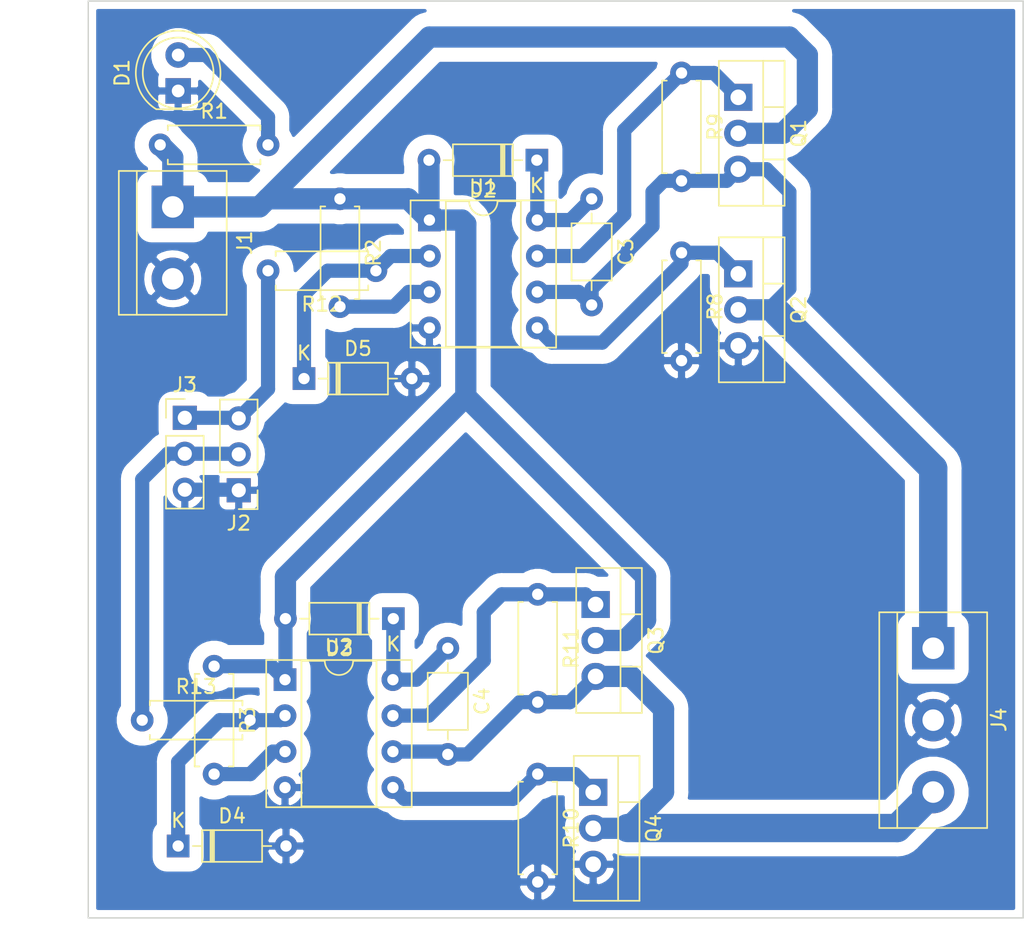
<source format=kicad_pcb>
(kicad_pcb (version 20171130) (host pcbnew "(5.1.2)-2")

  (general
    (thickness 1.6)
    (drawings 8)
    (tracks 135)
    (zones 0)
    (modules 26)
    (nets 18)
  )

  (page A4)
  (layers
    (0 F.Cu signal)
    (31 B.Cu signal)
    (32 B.Adhes user)
    (33 F.Adhes user)
    (34 B.Paste user)
    (35 F.Paste user)
    (36 B.SilkS user)
    (37 F.SilkS user)
    (38 B.Mask user)
    (39 F.Mask user)
    (40 Dwgs.User user)
    (41 Cmts.User user)
    (42 Eco1.User user)
    (43 Eco2.User user)
    (44 Edge.Cuts user)
    (45 Margin user)
    (46 B.CrtYd user)
    (47 F.CrtYd user)
    (48 B.Fab user)
    (49 F.Fab user)
  )

  (setup
    (last_trace_width 1)
    (user_trace_width 0.5)
    (user_trace_width 1)
    (user_trace_width 1.5)
    (user_trace_width 2)
    (trace_clearance 1)
    (zone_clearance 0.508)
    (zone_45_only no)
    (trace_min 0.1)
    (via_size 0.8)
    (via_drill 0.4)
    (via_min_size 0.4)
    (via_min_drill 0.3)
    (uvia_size 0.3)
    (uvia_drill 0.1)
    (uvias_allowed no)
    (uvia_min_size 0.2)
    (uvia_min_drill 0.1)
    (edge_width 0.1)
    (segment_width 0.2)
    (pcb_text_width 0.3)
    (pcb_text_size 1.5 1.5)
    (mod_edge_width 0.15)
    (mod_text_size 1 1)
    (mod_text_width 0.15)
    (pad_size 1.5 1.5)
    (pad_drill 0.6)
    (pad_to_mask_clearance 0)
    (solder_mask_min_width 0.25)
    (aux_axis_origin 0 0)
    (visible_elements 7FFFFFFF)
    (pcbplotparams
      (layerselection 0x010fc_ffffffff)
      (usegerberextensions false)
      (usegerberattributes false)
      (usegerberadvancedattributes false)
      (creategerberjobfile false)
      (excludeedgelayer true)
      (linewidth 0.100000)
      (plotframeref false)
      (viasonmask false)
      (mode 1)
      (useauxorigin false)
      (hpglpennumber 1)
      (hpglpenspeed 20)
      (hpglpendiameter 15.000000)
      (psnegative false)
      (psa4output false)
      (plotreference true)
      (plotvalue true)
      (plotinvisibletext false)
      (padsonsilk false)
      (subtractmaskfromsilk false)
      (outputformat 1)
      (mirror false)
      (drillshape 1)
      (scaleselection 1)
      (outputdirectory ""))
  )

  (net 0 "")
  (net 1 "Net-(C3-Pad2)")
  (net 2 "Net-(C3-Pad1)")
  (net 3 "Net-(C4-Pad1)")
  (net 4 "Net-(C4-Pad2)")
  (net 5 GND)
  (net 6 "Net-(D1-Pad2)")
  (net 7 VCC)
  (net 8 "Net-(D4-Pad1)")
  (net 9 "Net-(D5-Pad1)")
  (net 10 "Net-(J2-Pad2)")
  (net 11 "Net-(J2-Pad3)")
  (net 12 "Net-(Q1-Pad1)")
  (net 13 "Net-(Q2-Pad1)")
  (net 14 "Net-(Q3-Pad1)")
  (net 15 "Net-(Q4-Pad1)")
  (net 16 "Net-(R2-Pad2)")
  (net 17 "Net-(R3-Pad2)")

  (net_class Default "This is the default net class."
    (clearance 1)
    (trace_width 0.5)
    (via_dia 0.8)
    (via_drill 0.4)
    (uvia_dia 0.3)
    (uvia_drill 0.1)
    (diff_pair_width 0.5)
    (diff_pair_gap 0.25)
    (add_net GND)
    (add_net "Net-(C3-Pad1)")
    (add_net "Net-(C3-Pad2)")
    (add_net "Net-(C4-Pad1)")
    (add_net "Net-(C4-Pad2)")
    (add_net "Net-(D1-Pad2)")
    (add_net "Net-(D4-Pad1)")
    (add_net "Net-(D5-Pad1)")
    (add_net "Net-(J2-Pad2)")
    (add_net "Net-(J2-Pad3)")
    (add_net "Net-(Q1-Pad1)")
    (add_net "Net-(Q2-Pad1)")
    (add_net "Net-(Q3-Pad1)")
    (add_net "Net-(Q4-Pad1)")
    (add_net "Net-(R2-Pad2)")
    (add_net "Net-(R3-Pad2)")
    (add_net VCC)
  )

  (module Capacitor_THT:C_Axial_L3.8mm_D2.6mm_P7.50mm_Horizontal (layer F.Cu) (tedit 5AE50EF0) (tstamp 5D556AED)
    (at 143.51 96.52 270)
    (descr "C, Axial series, Axial, Horizontal, pin pitch=7.5mm, , length*diameter=3.8*2.6mm^2, http://www.vishay.com/docs/45231/arseries.pdf")
    (tags "C Axial series Axial Horizontal pin pitch 7.5mm  length 3.8mm diameter 2.6mm")
    (path /5D46EFF1)
    (fp_text reference C3 (at 3.75 -2.42 90) (layer F.SilkS)
      (effects (font (size 1 1) (thickness 0.15)))
    )
    (fp_text value CP1 (at 3.75 2.42 90) (layer F.Fab)
      (effects (font (size 1 1) (thickness 0.15)))
    )
    (fp_text user %R (at 3.75 0 90) (layer F.Fab)
      (effects (font (size 0.76 0.76) (thickness 0.114)))
    )
    (fp_line (start 8.55 -1.55) (end -1.05 -1.55) (layer F.CrtYd) (width 0.05))
    (fp_line (start 8.55 1.55) (end 8.55 -1.55) (layer F.CrtYd) (width 0.05))
    (fp_line (start -1.05 1.55) (end 8.55 1.55) (layer F.CrtYd) (width 0.05))
    (fp_line (start -1.05 -1.55) (end -1.05 1.55) (layer F.CrtYd) (width 0.05))
    (fp_line (start 6.46 0) (end 5.77 0) (layer F.SilkS) (width 0.12))
    (fp_line (start 1.04 0) (end 1.73 0) (layer F.SilkS) (width 0.12))
    (fp_line (start 5.77 -1.42) (end 1.73 -1.42) (layer F.SilkS) (width 0.12))
    (fp_line (start 5.77 1.42) (end 5.77 -1.42) (layer F.SilkS) (width 0.12))
    (fp_line (start 1.73 1.42) (end 5.77 1.42) (layer F.SilkS) (width 0.12))
    (fp_line (start 1.73 -1.42) (end 1.73 1.42) (layer F.SilkS) (width 0.12))
    (fp_line (start 7.5 0) (end 5.65 0) (layer F.Fab) (width 0.1))
    (fp_line (start 0 0) (end 1.85 0) (layer F.Fab) (width 0.1))
    (fp_line (start 5.65 -1.3) (end 1.85 -1.3) (layer F.Fab) (width 0.1))
    (fp_line (start 5.65 1.3) (end 5.65 -1.3) (layer F.Fab) (width 0.1))
    (fp_line (start 1.85 1.3) (end 5.65 1.3) (layer F.Fab) (width 0.1))
    (fp_line (start 1.85 -1.3) (end 1.85 1.3) (layer F.Fab) (width 0.1))
    (pad 2 thru_hole oval (at 7.5 0 270) (size 1.6 1.6) (drill 0.8) (layers *.Cu *.Mask)
      (net 1 "Net-(C3-Pad2)"))
    (pad 1 thru_hole circle (at 0 0 270) (size 1.6 1.6) (drill 0.8) (layers *.Cu *.Mask)
      (net 2 "Net-(C3-Pad1)"))
    (model ${KISYS3DMOD}/Capacitor_THT.3dshapes/C_Axial_L3.8mm_D2.6mm_P7.50mm_Horizontal.wrl
      (at (xyz 0 0 0))
      (scale (xyz 1 1 1))
      (rotate (xyz 0 0 0))
    )
  )

  (module Capacitor_THT:C_Axial_L3.8mm_D2.6mm_P7.50mm_Horizontal (layer F.Cu) (tedit 5AE50EF0) (tstamp 5D99C03D)
    (at 133.35 128.27 270)
    (descr "C, Axial series, Axial, Horizontal, pin pitch=7.5mm, , length*diameter=3.8*2.6mm^2, http://www.vishay.com/docs/45231/arseries.pdf")
    (tags "C Axial series Axial Horizontal pin pitch 7.5mm  length 3.8mm diameter 2.6mm")
    (path /5D47389C)
    (fp_text reference C4 (at 3.75 -2.42 90) (layer F.SilkS)
      (effects (font (size 1 1) (thickness 0.15)))
    )
    (fp_text value CP1 (at 3.75 2.42 90) (layer F.Fab)
      (effects (font (size 1 1) (thickness 0.15)))
    )
    (fp_line (start 1.85 -1.3) (end 1.85 1.3) (layer F.Fab) (width 0.1))
    (fp_line (start 1.85 1.3) (end 5.65 1.3) (layer F.Fab) (width 0.1))
    (fp_line (start 5.65 1.3) (end 5.65 -1.3) (layer F.Fab) (width 0.1))
    (fp_line (start 5.65 -1.3) (end 1.85 -1.3) (layer F.Fab) (width 0.1))
    (fp_line (start 0 0) (end 1.85 0) (layer F.Fab) (width 0.1))
    (fp_line (start 7.5 0) (end 5.65 0) (layer F.Fab) (width 0.1))
    (fp_line (start 1.73 -1.42) (end 1.73 1.42) (layer F.SilkS) (width 0.12))
    (fp_line (start 1.73 1.42) (end 5.77 1.42) (layer F.SilkS) (width 0.12))
    (fp_line (start 5.77 1.42) (end 5.77 -1.42) (layer F.SilkS) (width 0.12))
    (fp_line (start 5.77 -1.42) (end 1.73 -1.42) (layer F.SilkS) (width 0.12))
    (fp_line (start 1.04 0) (end 1.73 0) (layer F.SilkS) (width 0.12))
    (fp_line (start 6.46 0) (end 5.77 0) (layer F.SilkS) (width 0.12))
    (fp_line (start -1.05 -1.55) (end -1.05 1.55) (layer F.CrtYd) (width 0.05))
    (fp_line (start -1.05 1.55) (end 8.55 1.55) (layer F.CrtYd) (width 0.05))
    (fp_line (start 8.55 1.55) (end 8.55 -1.55) (layer F.CrtYd) (width 0.05))
    (fp_line (start 8.55 -1.55) (end -1.05 -1.55) (layer F.CrtYd) (width 0.05))
    (fp_text user %R (at 3.75 0 90) (layer F.Fab)
      (effects (font (size 0.76 0.76) (thickness 0.114)))
    )
    (pad 1 thru_hole circle (at 0 0 270) (size 1.6 1.6) (drill 0.8) (layers *.Cu *.Mask)
      (net 3 "Net-(C4-Pad1)"))
    (pad 2 thru_hole oval (at 7.5 0 270) (size 1.6 1.6) (drill 0.8) (layers *.Cu *.Mask)
      (net 4 "Net-(C4-Pad2)"))
    (model ${KISYS3DMOD}/Capacitor_THT.3dshapes/C_Axial_L3.8mm_D2.6mm_P7.50mm_Horizontal.wrl
      (at (xyz 0 0 0))
      (scale (xyz 1 1 1))
      (rotate (xyz 0 0 0))
    )
  )

  (module LED_THT:LED_D5.0mm (layer F.Cu) (tedit 5995936A) (tstamp 5D556205)
    (at 114.3 88.9 90)
    (descr "LED, diameter 5.0mm, 2 pins, http://cdn-reichelt.de/documents/datenblatt/A500/LL-504BC2E-009.pdf")
    (tags "LED diameter 5.0mm 2 pins")
    (path /5D48B44A)
    (fp_text reference D1 (at 1.27 -3.96 90) (layer F.SilkS)
      (effects (font (size 1 1) (thickness 0.15)))
    )
    (fp_text value LED (at 1.27 3.96 90) (layer F.Fab)
      (effects (font (size 1 1) (thickness 0.15)))
    )
    (fp_arc (start 1.27 0) (end -1.23 -1.469694) (angle 299.1) (layer F.Fab) (width 0.1))
    (fp_arc (start 1.27 0) (end -1.29 -1.54483) (angle 148.9) (layer F.SilkS) (width 0.12))
    (fp_arc (start 1.27 0) (end -1.29 1.54483) (angle -148.9) (layer F.SilkS) (width 0.12))
    (fp_circle (center 1.27 0) (end 3.77 0) (layer F.Fab) (width 0.1))
    (fp_circle (center 1.27 0) (end 3.77 0) (layer F.SilkS) (width 0.12))
    (fp_line (start -1.23 -1.469694) (end -1.23 1.469694) (layer F.Fab) (width 0.1))
    (fp_line (start -1.29 -1.545) (end -1.29 1.545) (layer F.SilkS) (width 0.12))
    (fp_line (start -1.95 -3.25) (end -1.95 3.25) (layer F.CrtYd) (width 0.05))
    (fp_line (start -1.95 3.25) (end 4.5 3.25) (layer F.CrtYd) (width 0.05))
    (fp_line (start 4.5 3.25) (end 4.5 -3.25) (layer F.CrtYd) (width 0.05))
    (fp_line (start 4.5 -3.25) (end -1.95 -3.25) (layer F.CrtYd) (width 0.05))
    (fp_text user %R (at 1.25 0 90) (layer F.Fab)
      (effects (font (size 0.8 0.8) (thickness 0.2)))
    )
    (pad 1 thru_hole rect (at 0 0 90) (size 1.8 1.8) (drill 0.9) (layers *.Cu *.Mask)
      (net 5 GND))
    (pad 2 thru_hole circle (at 2.54 0 90) (size 1.8 1.8) (drill 0.9) (layers *.Cu *.Mask)
      (net 6 "Net-(D1-Pad2)"))
    (model ${KISYS3DMOD}/LED_THT.3dshapes/LED_D5.0mm.wrl
      (at (xyz 0 0 0))
      (scale (xyz 1 1 1))
      (rotate (xyz 0 0 0))
    )
  )

  (module Diode_THT:D_DO-35_SOD27_P7.62mm_Horizontal (layer F.Cu) (tedit 5AE50CD5) (tstamp 5D556B91)
    (at 139.64 93.79 180)
    (descr "Diode, DO-35_SOD27 series, Axial, Horizontal, pin pitch=7.62mm, , length*diameter=4*2mm^2, , http://www.diodes.com/_files/packages/DO-35.pdf")
    (tags "Diode DO-35_SOD27 series Axial Horizontal pin pitch 7.62mm  length 4mm diameter 2mm")
    (path /5D48166B)
    (fp_text reference D2 (at 3.81 -2.12 180) (layer F.SilkS)
      (effects (font (size 1 1) (thickness 0.15)))
    )
    (fp_text value 1N4148 (at 3.81 2.12 180) (layer F.Fab)
      (effects (font (size 1 1) (thickness 0.15)))
    )
    (fp_line (start 1.81 -1) (end 1.81 1) (layer F.Fab) (width 0.1))
    (fp_line (start 1.81 1) (end 5.81 1) (layer F.Fab) (width 0.1))
    (fp_line (start 5.81 1) (end 5.81 -1) (layer F.Fab) (width 0.1))
    (fp_line (start 5.81 -1) (end 1.81 -1) (layer F.Fab) (width 0.1))
    (fp_line (start 0 0) (end 1.81 0) (layer F.Fab) (width 0.1))
    (fp_line (start 7.62 0) (end 5.81 0) (layer F.Fab) (width 0.1))
    (fp_line (start 2.41 -1) (end 2.41 1) (layer F.Fab) (width 0.1))
    (fp_line (start 2.51 -1) (end 2.51 1) (layer F.Fab) (width 0.1))
    (fp_line (start 2.31 -1) (end 2.31 1) (layer F.Fab) (width 0.1))
    (fp_line (start 1.69 -1.12) (end 1.69 1.12) (layer F.SilkS) (width 0.12))
    (fp_line (start 1.69 1.12) (end 5.93 1.12) (layer F.SilkS) (width 0.12))
    (fp_line (start 5.93 1.12) (end 5.93 -1.12) (layer F.SilkS) (width 0.12))
    (fp_line (start 5.93 -1.12) (end 1.69 -1.12) (layer F.SilkS) (width 0.12))
    (fp_line (start 1.04 0) (end 1.69 0) (layer F.SilkS) (width 0.12))
    (fp_line (start 6.58 0) (end 5.93 0) (layer F.SilkS) (width 0.12))
    (fp_line (start 2.41 -1.12) (end 2.41 1.12) (layer F.SilkS) (width 0.12))
    (fp_line (start 2.53 -1.12) (end 2.53 1.12) (layer F.SilkS) (width 0.12))
    (fp_line (start 2.29 -1.12) (end 2.29 1.12) (layer F.SilkS) (width 0.12))
    (fp_line (start -1.05 -1.25) (end -1.05 1.25) (layer F.CrtYd) (width 0.05))
    (fp_line (start -1.05 1.25) (end 8.67 1.25) (layer F.CrtYd) (width 0.05))
    (fp_line (start 8.67 1.25) (end 8.67 -1.25) (layer F.CrtYd) (width 0.05))
    (fp_line (start 8.67 -1.25) (end -1.05 -1.25) (layer F.CrtYd) (width 0.05))
    (fp_text user %R (at 4.11 0 180) (layer F.Fab)
      (effects (font (size 0.8 0.8) (thickness 0.12)))
    )
    (fp_text user K (at 0 -1.8 180) (layer F.Fab)
      (effects (font (size 1 1) (thickness 0.15)))
    )
    (fp_text user K (at 0 -1.8 180) (layer F.SilkS)
      (effects (font (size 1 1) (thickness 0.15)))
    )
    (pad 1 thru_hole rect (at 0 0 180) (size 1.6 1.6) (drill 0.8) (layers *.Cu *.Mask)
      (net 2 "Net-(C3-Pad1)"))
    (pad 2 thru_hole oval (at 7.62 0 180) (size 1.6 1.6) (drill 0.8) (layers *.Cu *.Mask)
      (net 7 VCC))
    (model ${KISYS3DMOD}/Diode_THT.3dshapes/D_DO-35_SOD27_P7.62mm_Horizontal.wrl
      (at (xyz 0 0 0))
      (scale (xyz 1 1 1))
      (rotate (xyz 0 0 0))
    )
  )

  (module Diode_THT:D_DO-35_SOD27_P7.62mm_Horizontal (layer F.Cu) (tedit 5AE50CD5) (tstamp 5D99C0D2)
    (at 129.5 126.18 180)
    (descr "Diode, DO-35_SOD27 series, Axial, Horizontal, pin pitch=7.62mm, , length*diameter=4*2mm^2, , http://www.diodes.com/_files/packages/DO-35.pdf")
    (tags "Diode DO-35_SOD27 series Axial Horizontal pin pitch 7.62mm  length 4mm diameter 2mm")
    (path /5D47FC48)
    (fp_text reference D3 (at 3.81 -2.12 180) (layer F.SilkS)
      (effects (font (size 1 1) (thickness 0.15)))
    )
    (fp_text value 1N4148 (at 3.81 2.12 180) (layer F.Fab)
      (effects (font (size 1 1) (thickness 0.15)))
    )
    (fp_text user K (at 0 -1.8 180) (layer F.SilkS)
      (effects (font (size 1 1) (thickness 0.15)))
    )
    (fp_text user K (at 0 -1.8 180) (layer F.Fab)
      (effects (font (size 1 1) (thickness 0.15)))
    )
    (fp_text user %R (at 4.11 0 180) (layer F.Fab)
      (effects (font (size 0.8 0.8) (thickness 0.12)))
    )
    (fp_line (start 8.67 -1.25) (end -1.05 -1.25) (layer F.CrtYd) (width 0.05))
    (fp_line (start 8.67 1.25) (end 8.67 -1.25) (layer F.CrtYd) (width 0.05))
    (fp_line (start -1.05 1.25) (end 8.67 1.25) (layer F.CrtYd) (width 0.05))
    (fp_line (start -1.05 -1.25) (end -1.05 1.25) (layer F.CrtYd) (width 0.05))
    (fp_line (start 2.29 -1.12) (end 2.29 1.12) (layer F.SilkS) (width 0.12))
    (fp_line (start 2.53 -1.12) (end 2.53 1.12) (layer F.SilkS) (width 0.12))
    (fp_line (start 2.41 -1.12) (end 2.41 1.12) (layer F.SilkS) (width 0.12))
    (fp_line (start 6.58 0) (end 5.93 0) (layer F.SilkS) (width 0.12))
    (fp_line (start 1.04 0) (end 1.69 0) (layer F.SilkS) (width 0.12))
    (fp_line (start 5.93 -1.12) (end 1.69 -1.12) (layer F.SilkS) (width 0.12))
    (fp_line (start 5.93 1.12) (end 5.93 -1.12) (layer F.SilkS) (width 0.12))
    (fp_line (start 1.69 1.12) (end 5.93 1.12) (layer F.SilkS) (width 0.12))
    (fp_line (start 1.69 -1.12) (end 1.69 1.12) (layer F.SilkS) (width 0.12))
    (fp_line (start 2.31 -1) (end 2.31 1) (layer F.Fab) (width 0.1))
    (fp_line (start 2.51 -1) (end 2.51 1) (layer F.Fab) (width 0.1))
    (fp_line (start 2.41 -1) (end 2.41 1) (layer F.Fab) (width 0.1))
    (fp_line (start 7.62 0) (end 5.81 0) (layer F.Fab) (width 0.1))
    (fp_line (start 0 0) (end 1.81 0) (layer F.Fab) (width 0.1))
    (fp_line (start 5.81 -1) (end 1.81 -1) (layer F.Fab) (width 0.1))
    (fp_line (start 5.81 1) (end 5.81 -1) (layer F.Fab) (width 0.1))
    (fp_line (start 1.81 1) (end 5.81 1) (layer F.Fab) (width 0.1))
    (fp_line (start 1.81 -1) (end 1.81 1) (layer F.Fab) (width 0.1))
    (pad 2 thru_hole oval (at 7.62 0 180) (size 1.6 1.6) (drill 0.8) (layers *.Cu *.Mask)
      (net 7 VCC))
    (pad 1 thru_hole rect (at 0 0 180) (size 1.6 1.6) (drill 0.8) (layers *.Cu *.Mask)
      (net 3 "Net-(C4-Pad1)"))
    (model ${KISYS3DMOD}/Diode_THT.3dshapes/D_DO-35_SOD27_P7.62mm_Horizontal.wrl
      (at (xyz 0 0 0))
      (scale (xyz 1 1 1))
      (rotate (xyz 0 0 0))
    )
  )

  (module Diode_THT:D_DO-35_SOD27_P7.62mm_Horizontal (layer F.Cu) (tedit 5AE50CD5) (tstamp 5D99BFEB)
    (at 114.3 142.24)
    (descr "Diode, DO-35_SOD27 series, Axial, Horizontal, pin pitch=7.62mm, , length*diameter=4*2mm^2, , http://www.diodes.com/_files/packages/DO-35.pdf")
    (tags "Diode DO-35_SOD27 series Axial Horizontal pin pitch 7.62mm  length 4mm diameter 2mm")
    (path /5D49FD12)
    (fp_text reference D4 (at 3.81 -2.12 180) (layer F.SilkS)
      (effects (font (size 1 1) (thickness 0.15)))
    )
    (fp_text value D_Zener (at 3.81 2.12 180) (layer F.Fab)
      (effects (font (size 1 1) (thickness 0.15)))
    )
    (fp_line (start 1.81 -1) (end 1.81 1) (layer F.Fab) (width 0.1))
    (fp_line (start 1.81 1) (end 5.81 1) (layer F.Fab) (width 0.1))
    (fp_line (start 5.81 1) (end 5.81 -1) (layer F.Fab) (width 0.1))
    (fp_line (start 5.81 -1) (end 1.81 -1) (layer F.Fab) (width 0.1))
    (fp_line (start 0 0) (end 1.81 0) (layer F.Fab) (width 0.1))
    (fp_line (start 7.62 0) (end 5.81 0) (layer F.Fab) (width 0.1))
    (fp_line (start 2.41 -1) (end 2.41 1) (layer F.Fab) (width 0.1))
    (fp_line (start 2.51 -1) (end 2.51 1) (layer F.Fab) (width 0.1))
    (fp_line (start 2.31 -1) (end 2.31 1) (layer F.Fab) (width 0.1))
    (fp_line (start 1.69 -1.12) (end 1.69 1.12) (layer F.SilkS) (width 0.12))
    (fp_line (start 1.69 1.12) (end 5.93 1.12) (layer F.SilkS) (width 0.12))
    (fp_line (start 5.93 1.12) (end 5.93 -1.12) (layer F.SilkS) (width 0.12))
    (fp_line (start 5.93 -1.12) (end 1.69 -1.12) (layer F.SilkS) (width 0.12))
    (fp_line (start 1.04 0) (end 1.69 0) (layer F.SilkS) (width 0.12))
    (fp_line (start 6.58 0) (end 5.93 0) (layer F.SilkS) (width 0.12))
    (fp_line (start 2.41 -1.12) (end 2.41 1.12) (layer F.SilkS) (width 0.12))
    (fp_line (start 2.53 -1.12) (end 2.53 1.12) (layer F.SilkS) (width 0.12))
    (fp_line (start 2.29 -1.12) (end 2.29 1.12) (layer F.SilkS) (width 0.12))
    (fp_line (start -1.05 -1.25) (end -1.05 1.25) (layer F.CrtYd) (width 0.05))
    (fp_line (start -1.05 1.25) (end 8.67 1.25) (layer F.CrtYd) (width 0.05))
    (fp_line (start 8.67 1.25) (end 8.67 -1.25) (layer F.CrtYd) (width 0.05))
    (fp_line (start 8.67 -1.25) (end -1.05 -1.25) (layer F.CrtYd) (width 0.05))
    (fp_text user %R (at 4.11 0 180) (layer F.Fab)
      (effects (font (size 0.8 0.8) (thickness 0.12)))
    )
    (fp_text user K (at 0 -1.8 180) (layer F.Fab)
      (effects (font (size 1 1) (thickness 0.15)))
    )
    (fp_text user K (at 0 -1.8 180) (layer F.SilkS)
      (effects (font (size 1 1) (thickness 0.15)))
    )
    (pad 1 thru_hole rect (at 0 0) (size 1.6 1.6) (drill 0.8) (layers *.Cu *.Mask)
      (net 8 "Net-(D4-Pad1)"))
    (pad 2 thru_hole oval (at 7.62 0) (size 1.6 1.6) (drill 0.8) (layers *.Cu *.Mask)
      (net 5 GND))
    (model ${KISYS3DMOD}/Diode_THT.3dshapes/D_DO-35_SOD27_P7.62mm_Horizontal.wrl
      (at (xyz 0 0 0))
      (scale (xyz 1 1 1))
      (rotate (xyz 0 0 0))
    )
  )

  (module Diode_THT:D_DO-35_SOD27_P7.62mm_Horizontal (layer F.Cu) (tedit 5AE50CD5) (tstamp 5D556B37)
    (at 123.19 109.22)
    (descr "Diode, DO-35_SOD27 series, Axial, Horizontal, pin pitch=7.62mm, , length*diameter=4*2mm^2, , http://www.diodes.com/_files/packages/DO-35.pdf")
    (tags "Diode DO-35_SOD27 series Axial Horizontal pin pitch 7.62mm  length 4mm diameter 2mm")
    (path /5D49FB70)
    (fp_text reference D5 (at 3.81 -2.12 180) (layer F.SilkS)
      (effects (font (size 1 1) (thickness 0.15)))
    )
    (fp_text value D_Zener (at 3.81 2.12 180) (layer F.Fab)
      (effects (font (size 1 1) (thickness 0.15)))
    )
    (fp_text user K (at 0 -1.8 180) (layer F.SilkS)
      (effects (font (size 1 1) (thickness 0.15)))
    )
    (fp_text user K (at 0 -1.8 180) (layer F.Fab)
      (effects (font (size 1 1) (thickness 0.15)))
    )
    (fp_text user %R (at 4.11 0 180) (layer F.Fab)
      (effects (font (size 0.8 0.8) (thickness 0.12)))
    )
    (fp_line (start 8.67 -1.25) (end -1.05 -1.25) (layer F.CrtYd) (width 0.05))
    (fp_line (start 8.67 1.25) (end 8.67 -1.25) (layer F.CrtYd) (width 0.05))
    (fp_line (start -1.05 1.25) (end 8.67 1.25) (layer F.CrtYd) (width 0.05))
    (fp_line (start -1.05 -1.25) (end -1.05 1.25) (layer F.CrtYd) (width 0.05))
    (fp_line (start 2.29 -1.12) (end 2.29 1.12) (layer F.SilkS) (width 0.12))
    (fp_line (start 2.53 -1.12) (end 2.53 1.12) (layer F.SilkS) (width 0.12))
    (fp_line (start 2.41 -1.12) (end 2.41 1.12) (layer F.SilkS) (width 0.12))
    (fp_line (start 6.58 0) (end 5.93 0) (layer F.SilkS) (width 0.12))
    (fp_line (start 1.04 0) (end 1.69 0) (layer F.SilkS) (width 0.12))
    (fp_line (start 5.93 -1.12) (end 1.69 -1.12) (layer F.SilkS) (width 0.12))
    (fp_line (start 5.93 1.12) (end 5.93 -1.12) (layer F.SilkS) (width 0.12))
    (fp_line (start 1.69 1.12) (end 5.93 1.12) (layer F.SilkS) (width 0.12))
    (fp_line (start 1.69 -1.12) (end 1.69 1.12) (layer F.SilkS) (width 0.12))
    (fp_line (start 2.31 -1) (end 2.31 1) (layer F.Fab) (width 0.1))
    (fp_line (start 2.51 -1) (end 2.51 1) (layer F.Fab) (width 0.1))
    (fp_line (start 2.41 -1) (end 2.41 1) (layer F.Fab) (width 0.1))
    (fp_line (start 7.62 0) (end 5.81 0) (layer F.Fab) (width 0.1))
    (fp_line (start 0 0) (end 1.81 0) (layer F.Fab) (width 0.1))
    (fp_line (start 5.81 -1) (end 1.81 -1) (layer F.Fab) (width 0.1))
    (fp_line (start 5.81 1) (end 5.81 -1) (layer F.Fab) (width 0.1))
    (fp_line (start 1.81 1) (end 5.81 1) (layer F.Fab) (width 0.1))
    (fp_line (start 1.81 -1) (end 1.81 1) (layer F.Fab) (width 0.1))
    (pad 2 thru_hole oval (at 7.62 0) (size 1.6 1.6) (drill 0.8) (layers *.Cu *.Mask)
      (net 5 GND))
    (pad 1 thru_hole rect (at 0 0) (size 1.6 1.6) (drill 0.8) (layers *.Cu *.Mask)
      (net 9 "Net-(D5-Pad1)"))
    (model ${KISYS3DMOD}/Diode_THT.3dshapes/D_DO-35_SOD27_P7.62mm_Horizontal.wrl
      (at (xyz 0 0 0))
      (scale (xyz 1 1 1))
      (rotate (xyz 0 0 0))
    )
  )

  (module TerminalBlock:TerminalBlock_bornier-2_P5.08mm (layer F.Cu) (tedit 59FF03AB) (tstamp 5D556296)
    (at 113.919 97.0915 270)
    (descr "simple 2-pin terminal block, pitch 5.08mm, revamped version of bornier2")
    (tags "terminal block bornier2")
    (path /5D4852BD)
    (fp_text reference J1 (at 2.54 -5.08 270) (layer F.SilkS)
      (effects (font (size 1 1) (thickness 0.15)))
    )
    (fp_text value Screw_Terminal_01x02 (at 2.54 5.08 270) (layer F.Fab)
      (effects (font (size 1 1) (thickness 0.15)))
    )
    (fp_text user %R (at 2.54 0 270) (layer F.Fab)
      (effects (font (size 1 1) (thickness 0.15)))
    )
    (fp_line (start -2.41 2.55) (end 7.49 2.55) (layer F.Fab) (width 0.1))
    (fp_line (start -2.46 -3.75) (end -2.46 3.75) (layer F.Fab) (width 0.1))
    (fp_line (start -2.46 3.75) (end 7.54 3.75) (layer F.Fab) (width 0.1))
    (fp_line (start 7.54 3.75) (end 7.54 -3.75) (layer F.Fab) (width 0.1))
    (fp_line (start 7.54 -3.75) (end -2.46 -3.75) (layer F.Fab) (width 0.1))
    (fp_line (start 7.62 2.54) (end -2.54 2.54) (layer F.SilkS) (width 0.12))
    (fp_line (start 7.62 3.81) (end 7.62 -3.81) (layer F.SilkS) (width 0.12))
    (fp_line (start 7.62 -3.81) (end -2.54 -3.81) (layer F.SilkS) (width 0.12))
    (fp_line (start -2.54 -3.81) (end -2.54 3.81) (layer F.SilkS) (width 0.12))
    (fp_line (start -2.54 3.81) (end 7.62 3.81) (layer F.SilkS) (width 0.12))
    (fp_line (start -2.71 -4) (end 7.79 -4) (layer F.CrtYd) (width 0.05))
    (fp_line (start -2.71 -4) (end -2.71 4) (layer F.CrtYd) (width 0.05))
    (fp_line (start 7.79 4) (end 7.79 -4) (layer F.CrtYd) (width 0.05))
    (fp_line (start 7.79 4) (end -2.71 4) (layer F.CrtYd) (width 0.05))
    (pad 1 thru_hole rect (at 0 0 270) (size 3 3) (drill 1.52) (layers *.Cu *.Mask)
      (net 7 VCC))
    (pad 2 thru_hole circle (at 5.08 0 270) (size 3 3) (drill 1.52) (layers *.Cu *.Mask)
      (net 5 GND))
    (model ${KISYS3DMOD}/TerminalBlock.3dshapes/TerminalBlock_bornier-2_P5.08mm.wrl
      (offset (xyz 2.539999961853027 0 0))
      (scale (xyz 1 1 1))
      (rotate (xyz 0 0 0))
    )
  )

  (module Connector_PinHeader_2.54mm:PinHeader_1x03_P2.54mm_Vertical (layer F.Cu) (tedit 59FED5CC) (tstamp 5D5562AD)
    (at 118.58 117.11 180)
    (descr "Through hole straight pin header, 1x03, 2.54mm pitch, single row")
    (tags "Through hole pin header THT 1x03 2.54mm single row")
    (path /5D4926CF)
    (fp_text reference J2 (at 0 -2.33 180) (layer F.SilkS)
      (effects (font (size 1 1) (thickness 0.15)))
    )
    (fp_text value Conn_01x03_Female (at 0 7.41 180) (layer F.Fab)
      (effects (font (size 1 1) (thickness 0.15)))
    )
    (fp_line (start -0.635 -1.27) (end 1.27 -1.27) (layer F.Fab) (width 0.1))
    (fp_line (start 1.27 -1.27) (end 1.27 6.35) (layer F.Fab) (width 0.1))
    (fp_line (start 1.27 6.35) (end -1.27 6.35) (layer F.Fab) (width 0.1))
    (fp_line (start -1.27 6.35) (end -1.27 -0.635) (layer F.Fab) (width 0.1))
    (fp_line (start -1.27 -0.635) (end -0.635 -1.27) (layer F.Fab) (width 0.1))
    (fp_line (start -1.33 6.41) (end 1.33 6.41) (layer F.SilkS) (width 0.12))
    (fp_line (start -1.33 1.27) (end -1.33 6.41) (layer F.SilkS) (width 0.12))
    (fp_line (start 1.33 1.27) (end 1.33 6.41) (layer F.SilkS) (width 0.12))
    (fp_line (start -1.33 1.27) (end 1.33 1.27) (layer F.SilkS) (width 0.12))
    (fp_line (start -1.33 0) (end -1.33 -1.33) (layer F.SilkS) (width 0.12))
    (fp_line (start -1.33 -1.33) (end 0 -1.33) (layer F.SilkS) (width 0.12))
    (fp_line (start -1.8 -1.8) (end -1.8 6.85) (layer F.CrtYd) (width 0.05))
    (fp_line (start -1.8 6.85) (end 1.8 6.85) (layer F.CrtYd) (width 0.05))
    (fp_line (start 1.8 6.85) (end 1.8 -1.8) (layer F.CrtYd) (width 0.05))
    (fp_line (start 1.8 -1.8) (end -1.8 -1.8) (layer F.CrtYd) (width 0.05))
    (fp_text user %R (at 0 2.54 270) (layer F.Fab)
      (effects (font (size 1 1) (thickness 0.15)))
    )
    (pad 1 thru_hole rect (at 0 0 180) (size 1.7 1.7) (drill 1) (layers *.Cu *.Mask)
      (net 5 GND))
    (pad 2 thru_hole oval (at 0 2.54 180) (size 1.7 1.7) (drill 1) (layers *.Cu *.Mask)
      (net 10 "Net-(J2-Pad2)"))
    (pad 3 thru_hole oval (at 0 5.08 180) (size 1.7 1.7) (drill 1) (layers *.Cu *.Mask)
      (net 11 "Net-(J2-Pad3)"))
    (model ${KISYS3DMOD}/Connector_PinHeader_2.54mm.3dshapes/PinHeader_1x03_P2.54mm_Vertical.wrl
      (at (xyz 0 0 0))
      (scale (xyz 1 1 1))
      (rotate (xyz 0 0 0))
    )
  )

  (module Connector_PinHeader_2.54mm:PinHeader_1x03_P2.54mm_Vertical (layer F.Cu) (tedit 59FED5CC) (tstamp 5D5562C4)
    (at 114.77 111.99)
    (descr "Through hole straight pin header, 1x03, 2.54mm pitch, single row")
    (tags "Through hole pin header THT 1x03 2.54mm single row")
    (path /5D47CC69)
    (fp_text reference J3 (at 0 -2.33) (layer F.SilkS)
      (effects (font (size 1 1) (thickness 0.15)))
    )
    (fp_text value Conn_01x03_Male (at 0 7.41) (layer F.Fab)
      (effects (font (size 1 1) (thickness 0.15)))
    )
    (fp_text user %R (at 0 2.54 90) (layer F.Fab)
      (effects (font (size 1 1) (thickness 0.15)))
    )
    (fp_line (start 1.8 -1.8) (end -1.8 -1.8) (layer F.CrtYd) (width 0.05))
    (fp_line (start 1.8 6.85) (end 1.8 -1.8) (layer F.CrtYd) (width 0.05))
    (fp_line (start -1.8 6.85) (end 1.8 6.85) (layer F.CrtYd) (width 0.05))
    (fp_line (start -1.8 -1.8) (end -1.8 6.85) (layer F.CrtYd) (width 0.05))
    (fp_line (start -1.33 -1.33) (end 0 -1.33) (layer F.SilkS) (width 0.12))
    (fp_line (start -1.33 0) (end -1.33 -1.33) (layer F.SilkS) (width 0.12))
    (fp_line (start -1.33 1.27) (end 1.33 1.27) (layer F.SilkS) (width 0.12))
    (fp_line (start 1.33 1.27) (end 1.33 6.41) (layer F.SilkS) (width 0.12))
    (fp_line (start -1.33 1.27) (end -1.33 6.41) (layer F.SilkS) (width 0.12))
    (fp_line (start -1.33 6.41) (end 1.33 6.41) (layer F.SilkS) (width 0.12))
    (fp_line (start -1.27 -0.635) (end -0.635 -1.27) (layer F.Fab) (width 0.1))
    (fp_line (start -1.27 6.35) (end -1.27 -0.635) (layer F.Fab) (width 0.1))
    (fp_line (start 1.27 6.35) (end -1.27 6.35) (layer F.Fab) (width 0.1))
    (fp_line (start 1.27 -1.27) (end 1.27 6.35) (layer F.Fab) (width 0.1))
    (fp_line (start -0.635 -1.27) (end 1.27 -1.27) (layer F.Fab) (width 0.1))
    (pad 3 thru_hole oval (at 0 5.08) (size 1.7 1.7) (drill 1) (layers *.Cu *.Mask)
      (net 5 GND))
    (pad 2 thru_hole oval (at 0 2.54) (size 1.7 1.7) (drill 1) (layers *.Cu *.Mask)
      (net 10 "Net-(J2-Pad2)"))
    (pad 1 thru_hole rect (at 0 0) (size 1.7 1.7) (drill 1) (layers *.Cu *.Mask)
      (net 11 "Net-(J2-Pad3)"))
    (model ${KISYS3DMOD}/Connector_PinHeader_2.54mm.3dshapes/PinHeader_1x03_P2.54mm_Vertical.wrl
      (at (xyz 0 0 0))
      (scale (xyz 1 1 1))
      (rotate (xyz 0 0 0))
    )
  )

  (module TerminalBlock:TerminalBlock_bornier-3_P5.08mm (layer F.Cu) (tedit 59FF03B9) (tstamp 5D5562DA)
    (at 167.64 128.27 270)
    (descr "simple 3-pin terminal block, pitch 5.08mm, revamped version of bornier3")
    (tags "terminal block bornier3")
    (path /5D475EC9)
    (fp_text reference J4 (at 5.05 -4.65 270) (layer F.SilkS)
      (effects (font (size 1 1) (thickness 0.15)))
    )
    (fp_text value Screw_Terminal_01x03 (at 5.08 5.08 270) (layer F.Fab)
      (effects (font (size 1 1) (thickness 0.15)))
    )
    (fp_text user %R (at 5.08 0 270) (layer F.Fab)
      (effects (font (size 1 1) (thickness 0.15)))
    )
    (fp_line (start -2.47 2.55) (end 12.63 2.55) (layer F.Fab) (width 0.1))
    (fp_line (start -2.47 -3.75) (end 12.63 -3.75) (layer F.Fab) (width 0.1))
    (fp_line (start 12.63 -3.75) (end 12.63 3.75) (layer F.Fab) (width 0.1))
    (fp_line (start 12.63 3.75) (end -2.47 3.75) (layer F.Fab) (width 0.1))
    (fp_line (start -2.47 3.75) (end -2.47 -3.75) (layer F.Fab) (width 0.1))
    (fp_line (start -2.54 3.81) (end -2.54 -3.81) (layer F.SilkS) (width 0.12))
    (fp_line (start 12.7 3.81) (end 12.7 -3.81) (layer F.SilkS) (width 0.12))
    (fp_line (start -2.54 2.54) (end 12.7 2.54) (layer F.SilkS) (width 0.12))
    (fp_line (start -2.54 -3.81) (end 12.7 -3.81) (layer F.SilkS) (width 0.12))
    (fp_line (start -2.54 3.81) (end 12.7 3.81) (layer F.SilkS) (width 0.12))
    (fp_line (start -2.72 -4) (end 12.88 -4) (layer F.CrtYd) (width 0.05))
    (fp_line (start -2.72 -4) (end -2.72 4) (layer F.CrtYd) (width 0.05))
    (fp_line (start 12.88 4) (end 12.88 -4) (layer F.CrtYd) (width 0.05))
    (fp_line (start 12.88 4) (end -2.72 4) (layer F.CrtYd) (width 0.05))
    (pad 1 thru_hole rect (at 0 0 270) (size 3 3) (drill 1.52) (layers *.Cu *.Mask)
      (net 1 "Net-(C3-Pad2)"))
    (pad 2 thru_hole circle (at 5.08 0 270) (size 3 3) (drill 1.52) (layers *.Cu *.Mask)
      (net 5 GND))
    (pad 3 thru_hole circle (at 10.16 0 270) (size 3 3) (drill 1.52) (layers *.Cu *.Mask)
      (net 4 "Net-(C4-Pad2)"))
    (model ${KISYS3DMOD}/TerminalBlock.3dshapes/TerminalBlock_bornier-3_P5.08mm.wrl
      (offset (xyz 5.079999923706055 0 0))
      (scale (xyz 1 1 1))
      (rotate (xyz 0 0 0))
    )
  )

  (module Package_TO_SOT_THT:TO-220-3_Vertical (layer F.Cu) (tedit 5AC8BA0D) (tstamp 5D99B8D0)
    (at 153.87 89.35 270)
    (descr "TO-220-3, Vertical, RM 2.54mm, see https://www.vishay.com/docs/66542/to-220-1.pdf")
    (tags "TO-220-3 Vertical RM 2.54mm")
    (path /5D46F5E8)
    (fp_text reference Q1 (at 2.54 -4.27 270) (layer F.SilkS)
      (effects (font (size 1 1) (thickness 0.15)))
    )
    (fp_text value IRF3205 (at 2.54 2.5 270) (layer F.Fab)
      (effects (font (size 1 1) (thickness 0.15)))
    )
    (fp_text user %R (at 2.54 -4.27 270) (layer F.Fab)
      (effects (font (size 1 1) (thickness 0.15)))
    )
    (fp_line (start 7.79 -3.4) (end -2.71 -3.4) (layer F.CrtYd) (width 0.05))
    (fp_line (start 7.79 1.51) (end 7.79 -3.4) (layer F.CrtYd) (width 0.05))
    (fp_line (start -2.71 1.51) (end 7.79 1.51) (layer F.CrtYd) (width 0.05))
    (fp_line (start -2.71 -3.4) (end -2.71 1.51) (layer F.CrtYd) (width 0.05))
    (fp_line (start 4.391 -3.27) (end 4.391 -1.76) (layer F.SilkS) (width 0.12))
    (fp_line (start 0.69 -3.27) (end 0.69 -1.76) (layer F.SilkS) (width 0.12))
    (fp_line (start -2.58 -1.76) (end 7.66 -1.76) (layer F.SilkS) (width 0.12))
    (fp_line (start 7.66 -3.27) (end 7.66 1.371) (layer F.SilkS) (width 0.12))
    (fp_line (start -2.58 -3.27) (end -2.58 1.371) (layer F.SilkS) (width 0.12))
    (fp_line (start -2.58 1.371) (end 7.66 1.371) (layer F.SilkS) (width 0.12))
    (fp_line (start -2.58 -3.27) (end 7.66 -3.27) (layer F.SilkS) (width 0.12))
    (fp_line (start 4.39 -3.15) (end 4.39 -1.88) (layer F.Fab) (width 0.1))
    (fp_line (start 0.69 -3.15) (end 0.69 -1.88) (layer F.Fab) (width 0.1))
    (fp_line (start -2.46 -1.88) (end 7.54 -1.88) (layer F.Fab) (width 0.1))
    (fp_line (start 7.54 -3.15) (end -2.46 -3.15) (layer F.Fab) (width 0.1))
    (fp_line (start 7.54 1.25) (end 7.54 -3.15) (layer F.Fab) (width 0.1))
    (fp_line (start -2.46 1.25) (end 7.54 1.25) (layer F.Fab) (width 0.1))
    (fp_line (start -2.46 -3.15) (end -2.46 1.25) (layer F.Fab) (width 0.1))
    (pad 3 thru_hole oval (at 5.08 0 270) (size 1.905 2) (drill 1.1) (layers *.Cu *.Mask)
      (net 1 "Net-(C3-Pad2)"))
    (pad 2 thru_hole oval (at 2.54 0 270) (size 1.905 2) (drill 1.1) (layers *.Cu *.Mask)
      (net 7 VCC))
    (pad 1 thru_hole rect (at 0 0 270) (size 1.905 2) (drill 1.1) (layers *.Cu *.Mask)
      (net 12 "Net-(Q1-Pad1)"))
    (model ${KISYS3DMOD}/Package_TO_SOT_THT.3dshapes/TO-220-3_Vertical.wrl
      (at (xyz 0 0 0))
      (scale (xyz 1 1 1))
      (rotate (xyz 0 0 0))
    )
  )

  (module Package_TO_SOT_THT:TO-220-3_Vertical (layer F.Cu) (tedit 5AC8BA0D) (tstamp 5D55630E)
    (at 153.87 101.82 270)
    (descr "TO-220-3, Vertical, RM 2.54mm, see https://www.vishay.com/docs/66542/to-220-1.pdf")
    (tags "TO-220-3 Vertical RM 2.54mm")
    (path /5D46F67C)
    (fp_text reference Q2 (at 2.54 -4.27 270) (layer F.SilkS)
      (effects (font (size 1 1) (thickness 0.15)))
    )
    (fp_text value IRF3205 (at 2.54 2.5 270) (layer F.Fab)
      (effects (font (size 1 1) (thickness 0.15)))
    )
    (fp_line (start -2.46 -3.15) (end -2.46 1.25) (layer F.Fab) (width 0.1))
    (fp_line (start -2.46 1.25) (end 7.54 1.25) (layer F.Fab) (width 0.1))
    (fp_line (start 7.54 1.25) (end 7.54 -3.15) (layer F.Fab) (width 0.1))
    (fp_line (start 7.54 -3.15) (end -2.46 -3.15) (layer F.Fab) (width 0.1))
    (fp_line (start -2.46 -1.88) (end 7.54 -1.88) (layer F.Fab) (width 0.1))
    (fp_line (start 0.69 -3.15) (end 0.69 -1.88) (layer F.Fab) (width 0.1))
    (fp_line (start 4.39 -3.15) (end 4.39 -1.88) (layer F.Fab) (width 0.1))
    (fp_line (start -2.58 -3.27) (end 7.66 -3.27) (layer F.SilkS) (width 0.12))
    (fp_line (start -2.58 1.371) (end 7.66 1.371) (layer F.SilkS) (width 0.12))
    (fp_line (start -2.58 -3.27) (end -2.58 1.371) (layer F.SilkS) (width 0.12))
    (fp_line (start 7.66 -3.27) (end 7.66 1.371) (layer F.SilkS) (width 0.12))
    (fp_line (start -2.58 -1.76) (end 7.66 -1.76) (layer F.SilkS) (width 0.12))
    (fp_line (start 0.69 -3.27) (end 0.69 -1.76) (layer F.SilkS) (width 0.12))
    (fp_line (start 4.391 -3.27) (end 4.391 -1.76) (layer F.SilkS) (width 0.12))
    (fp_line (start -2.71 -3.4) (end -2.71 1.51) (layer F.CrtYd) (width 0.05))
    (fp_line (start -2.71 1.51) (end 7.79 1.51) (layer F.CrtYd) (width 0.05))
    (fp_line (start 7.79 1.51) (end 7.79 -3.4) (layer F.CrtYd) (width 0.05))
    (fp_line (start 7.79 -3.4) (end -2.71 -3.4) (layer F.CrtYd) (width 0.05))
    (fp_text user %R (at 2.54 -4.27 270) (layer F.Fab)
      (effects (font (size 1 1) (thickness 0.15)))
    )
    (pad 1 thru_hole rect (at 0 0 270) (size 1.905 2) (drill 1.1) (layers *.Cu *.Mask)
      (net 13 "Net-(Q2-Pad1)"))
    (pad 2 thru_hole oval (at 2.54 0 270) (size 1.905 2) (drill 1.1) (layers *.Cu *.Mask)
      (net 1 "Net-(C3-Pad2)"))
    (pad 3 thru_hole oval (at 5.08 0 270) (size 1.905 2) (drill 1.1) (layers *.Cu *.Mask)
      (net 5 GND))
    (model ${KISYS3DMOD}/Package_TO_SOT_THT.3dshapes/TO-220-3_Vertical.wrl
      (at (xyz 0 0 0))
      (scale (xyz 1 1 1))
      (rotate (xyz 0 0 0))
    )
  )

  (module Package_TO_SOT_THT:TO-220-3_Vertical (layer F.Cu) (tedit 5AC8BA0D) (tstamp 5D55747B)
    (at 143.79 125.18 270)
    (descr "TO-220-3, Vertical, RM 2.54mm, see https://www.vishay.com/docs/66542/to-220-1.pdf")
    (tags "TO-220-3 Vertical RM 2.54mm")
    (path /5D4738B7)
    (fp_text reference Q3 (at 2.54 -4.27 270) (layer F.SilkS)
      (effects (font (size 1 1) (thickness 0.15)))
    )
    (fp_text value IRF3205 (at 2.54 2.5 270) (layer F.Fab)
      (effects (font (size 1 1) (thickness 0.15)))
    )
    (fp_text user %R (at 2.54 -4.27 270) (layer F.Fab)
      (effects (font (size 1 1) (thickness 0.15)))
    )
    (fp_line (start 7.79 -3.4) (end -2.71 -3.4) (layer F.CrtYd) (width 0.05))
    (fp_line (start 7.79 1.51) (end 7.79 -3.4) (layer F.CrtYd) (width 0.05))
    (fp_line (start -2.71 1.51) (end 7.79 1.51) (layer F.CrtYd) (width 0.05))
    (fp_line (start -2.71 -3.4) (end -2.71 1.51) (layer F.CrtYd) (width 0.05))
    (fp_line (start 4.391 -3.27) (end 4.391 -1.76) (layer F.SilkS) (width 0.12))
    (fp_line (start 0.69 -3.27) (end 0.69 -1.76) (layer F.SilkS) (width 0.12))
    (fp_line (start -2.58 -1.76) (end 7.66 -1.76) (layer F.SilkS) (width 0.12))
    (fp_line (start 7.66 -3.27) (end 7.66 1.371) (layer F.SilkS) (width 0.12))
    (fp_line (start -2.58 -3.27) (end -2.58 1.371) (layer F.SilkS) (width 0.12))
    (fp_line (start -2.58 1.371) (end 7.66 1.371) (layer F.SilkS) (width 0.12))
    (fp_line (start -2.58 -3.27) (end 7.66 -3.27) (layer F.SilkS) (width 0.12))
    (fp_line (start 4.39 -3.15) (end 4.39 -1.88) (layer F.Fab) (width 0.1))
    (fp_line (start 0.69 -3.15) (end 0.69 -1.88) (layer F.Fab) (width 0.1))
    (fp_line (start -2.46 -1.88) (end 7.54 -1.88) (layer F.Fab) (width 0.1))
    (fp_line (start 7.54 -3.15) (end -2.46 -3.15) (layer F.Fab) (width 0.1))
    (fp_line (start 7.54 1.25) (end 7.54 -3.15) (layer F.Fab) (width 0.1))
    (fp_line (start -2.46 1.25) (end 7.54 1.25) (layer F.Fab) (width 0.1))
    (fp_line (start -2.46 -3.15) (end -2.46 1.25) (layer F.Fab) (width 0.1))
    (pad 3 thru_hole oval (at 5.08 0 270) (size 1.905 2) (drill 1.1) (layers *.Cu *.Mask)
      (net 4 "Net-(C4-Pad2)"))
    (pad 2 thru_hole oval (at 2.54 0 270) (size 1.905 2) (drill 1.1) (layers *.Cu *.Mask)
      (net 7 VCC))
    (pad 1 thru_hole rect (at 0 0 270) (size 1.905 2) (drill 1.1) (layers *.Cu *.Mask)
      (net 14 "Net-(Q3-Pad1)"))
    (model ${KISYS3DMOD}/Package_TO_SOT_THT.3dshapes/TO-220-3_Vertical.wrl
      (at (xyz 0 0 0))
      (scale (xyz 1 1 1))
      (rotate (xyz 0 0 0))
    )
  )

  (module Package_TO_SOT_THT:TO-220-3_Vertical (layer F.Cu) (tedit 5AC8BA0D) (tstamp 5D99C082)
    (at 143.62 138.45 270)
    (descr "TO-220-3, Vertical, RM 2.54mm, see https://www.vishay.com/docs/66542/to-220-1.pdf")
    (tags "TO-220-3 Vertical RM 2.54mm")
    (path /5D4738BE)
    (fp_text reference Q4 (at 2.54 -4.27 270) (layer F.SilkS)
      (effects (font (size 1 1) (thickness 0.15)))
    )
    (fp_text value IRF3205 (at 2.54 2.5 270) (layer F.Fab)
      (effects (font (size 1 1) (thickness 0.15)))
    )
    (fp_line (start -2.46 -3.15) (end -2.46 1.25) (layer F.Fab) (width 0.1))
    (fp_line (start -2.46 1.25) (end 7.54 1.25) (layer F.Fab) (width 0.1))
    (fp_line (start 7.54 1.25) (end 7.54 -3.15) (layer F.Fab) (width 0.1))
    (fp_line (start 7.54 -3.15) (end -2.46 -3.15) (layer F.Fab) (width 0.1))
    (fp_line (start -2.46 -1.88) (end 7.54 -1.88) (layer F.Fab) (width 0.1))
    (fp_line (start 0.69 -3.15) (end 0.69 -1.88) (layer F.Fab) (width 0.1))
    (fp_line (start 4.39 -3.15) (end 4.39 -1.88) (layer F.Fab) (width 0.1))
    (fp_line (start -2.58 -3.27) (end 7.66 -3.27) (layer F.SilkS) (width 0.12))
    (fp_line (start -2.58 1.371) (end 7.66 1.371) (layer F.SilkS) (width 0.12))
    (fp_line (start -2.58 -3.27) (end -2.58 1.371) (layer F.SilkS) (width 0.12))
    (fp_line (start 7.66 -3.27) (end 7.66 1.371) (layer F.SilkS) (width 0.12))
    (fp_line (start -2.58 -1.76) (end 7.66 -1.76) (layer F.SilkS) (width 0.12))
    (fp_line (start 0.69 -3.27) (end 0.69 -1.76) (layer F.SilkS) (width 0.12))
    (fp_line (start 4.391 -3.27) (end 4.391 -1.76) (layer F.SilkS) (width 0.12))
    (fp_line (start -2.71 -3.4) (end -2.71 1.51) (layer F.CrtYd) (width 0.05))
    (fp_line (start -2.71 1.51) (end 7.79 1.51) (layer F.CrtYd) (width 0.05))
    (fp_line (start 7.79 1.51) (end 7.79 -3.4) (layer F.CrtYd) (width 0.05))
    (fp_line (start 7.79 -3.4) (end -2.71 -3.4) (layer F.CrtYd) (width 0.05))
    (fp_text user %R (at 2.54 -4.27 270) (layer F.Fab)
      (effects (font (size 1 1) (thickness 0.15)))
    )
    (pad 1 thru_hole rect (at 0 0 270) (size 1.905 2) (drill 1.1) (layers *.Cu *.Mask)
      (net 15 "Net-(Q4-Pad1)"))
    (pad 2 thru_hole oval (at 2.54 0 270) (size 1.905 2) (drill 1.1) (layers *.Cu *.Mask)
      (net 4 "Net-(C4-Pad2)"))
    (pad 3 thru_hole oval (at 5.08 0 270) (size 1.905 2) (drill 1.1) (layers *.Cu *.Mask)
      (net 5 GND))
    (model ${KISYS3DMOD}/Package_TO_SOT_THT.3dshapes/TO-220-3_Vertical.wrl
      (at (xyz 0 0 0))
      (scale (xyz 1 1 1))
      (rotate (xyz 0 0 0))
    )
  )

  (module Resistor_THT:R_Axial_DIN0207_L6.3mm_D2.5mm_P7.62mm_Horizontal (layer F.Cu) (tedit 5AE5139B) (tstamp 5D55718A)
    (at 113.03 92.71)
    (descr "Resistor, Axial_DIN0207 series, Axial, Horizontal, pin pitch=7.62mm, 0.25W = 1/4W, length*diameter=6.3*2.5mm^2, http://cdn-reichelt.de/documents/datenblatt/B400/1_4W%23YAG.pdf")
    (tags "Resistor Axial_DIN0207 series Axial Horizontal pin pitch 7.62mm 0.25W = 1/4W length 6.3mm diameter 2.5mm")
    (path /5D48B556)
    (fp_text reference R1 (at 3.81 -2.37) (layer F.SilkS)
      (effects (font (size 1 1) (thickness 0.15)))
    )
    (fp_text value 5k (at 3.81 2.37) (layer F.Fab)
      (effects (font (size 1 1) (thickness 0.15)))
    )
    (fp_line (start 0.66 -1.25) (end 0.66 1.25) (layer F.Fab) (width 0.1))
    (fp_line (start 0.66 1.25) (end 6.96 1.25) (layer F.Fab) (width 0.1))
    (fp_line (start 6.96 1.25) (end 6.96 -1.25) (layer F.Fab) (width 0.1))
    (fp_line (start 6.96 -1.25) (end 0.66 -1.25) (layer F.Fab) (width 0.1))
    (fp_line (start 0 0) (end 0.66 0) (layer F.Fab) (width 0.1))
    (fp_line (start 7.62 0) (end 6.96 0) (layer F.Fab) (width 0.1))
    (fp_line (start 0.54 -1.04) (end 0.54 -1.37) (layer F.SilkS) (width 0.12))
    (fp_line (start 0.54 -1.37) (end 7.08 -1.37) (layer F.SilkS) (width 0.12))
    (fp_line (start 7.08 -1.37) (end 7.08 -1.04) (layer F.SilkS) (width 0.12))
    (fp_line (start 0.54 1.04) (end 0.54 1.37) (layer F.SilkS) (width 0.12))
    (fp_line (start 0.54 1.37) (end 7.08 1.37) (layer F.SilkS) (width 0.12))
    (fp_line (start 7.08 1.37) (end 7.08 1.04) (layer F.SilkS) (width 0.12))
    (fp_line (start -1.05 -1.5) (end -1.05 1.5) (layer F.CrtYd) (width 0.05))
    (fp_line (start -1.05 1.5) (end 8.67 1.5) (layer F.CrtYd) (width 0.05))
    (fp_line (start 8.67 1.5) (end 8.67 -1.5) (layer F.CrtYd) (width 0.05))
    (fp_line (start 8.67 -1.5) (end -1.05 -1.5) (layer F.CrtYd) (width 0.05))
    (fp_text user %R (at 3.81 0) (layer F.Fab)
      (effects (font (size 1 1) (thickness 0.15)))
    )
    (pad 1 thru_hole circle (at 0 0) (size 1.6 1.6) (drill 0.8) (layers *.Cu *.Mask)
      (net 7 VCC))
    (pad 2 thru_hole oval (at 7.62 0) (size 1.6 1.6) (drill 0.8) (layers *.Cu *.Mask)
      (net 6 "Net-(D1-Pad2)"))
    (model ${KISYS3DMOD}/Resistor_THT.3dshapes/R_Axial_DIN0207_L6.3mm_D2.5mm_P7.62mm_Horizontal.wrl
      (at (xyz 0 0 0))
      (scale (xyz 1 1 1))
      (rotate (xyz 0 0 0))
    )
  )

  (module Resistor_THT:R_Axial_DIN0207_L6.3mm_D2.5mm_P7.62mm_Horizontal (layer F.Cu) (tedit 5AE5139B) (tstamp 5D99B447)
    (at 125.73 96.52 270)
    (descr "Resistor, Axial_DIN0207 series, Axial, Horizontal, pin pitch=7.62mm, 0.25W = 1/4W, length*diameter=6.3*2.5mm^2, http://cdn-reichelt.de/documents/datenblatt/B400/1_4W%23YAG.pdf")
    (tags "Resistor Axial_DIN0207 series Axial Horizontal pin pitch 7.62mm 0.25W = 1/4W length 6.3mm diameter 2.5mm")
    (path /5D471D48)
    (fp_text reference R2 (at 3.81 -2.37 270) (layer F.SilkS)
      (effects (font (size 1 1) (thickness 0.15)))
    )
    (fp_text value 10k (at 3.81 2.37 270) (layer F.Fab)
      (effects (font (size 1 1) (thickness 0.15)))
    )
    (fp_text user %R (at 3.81 0 270) (layer F.Fab)
      (effects (font (size 1 1) (thickness 0.15)))
    )
    (fp_line (start 8.67 -1.5) (end -1.05 -1.5) (layer F.CrtYd) (width 0.05))
    (fp_line (start 8.67 1.5) (end 8.67 -1.5) (layer F.CrtYd) (width 0.05))
    (fp_line (start -1.05 1.5) (end 8.67 1.5) (layer F.CrtYd) (width 0.05))
    (fp_line (start -1.05 -1.5) (end -1.05 1.5) (layer F.CrtYd) (width 0.05))
    (fp_line (start 7.08 1.37) (end 7.08 1.04) (layer F.SilkS) (width 0.12))
    (fp_line (start 0.54 1.37) (end 7.08 1.37) (layer F.SilkS) (width 0.12))
    (fp_line (start 0.54 1.04) (end 0.54 1.37) (layer F.SilkS) (width 0.12))
    (fp_line (start 7.08 -1.37) (end 7.08 -1.04) (layer F.SilkS) (width 0.12))
    (fp_line (start 0.54 -1.37) (end 7.08 -1.37) (layer F.SilkS) (width 0.12))
    (fp_line (start 0.54 -1.04) (end 0.54 -1.37) (layer F.SilkS) (width 0.12))
    (fp_line (start 7.62 0) (end 6.96 0) (layer F.Fab) (width 0.1))
    (fp_line (start 0 0) (end 0.66 0) (layer F.Fab) (width 0.1))
    (fp_line (start 6.96 -1.25) (end 0.66 -1.25) (layer F.Fab) (width 0.1))
    (fp_line (start 6.96 1.25) (end 6.96 -1.25) (layer F.Fab) (width 0.1))
    (fp_line (start 0.66 1.25) (end 6.96 1.25) (layer F.Fab) (width 0.1))
    (fp_line (start 0.66 -1.25) (end 0.66 1.25) (layer F.Fab) (width 0.1))
    (pad 2 thru_hole oval (at 7.62 0 270) (size 1.6 1.6) (drill 0.8) (layers *.Cu *.Mask)
      (net 16 "Net-(R2-Pad2)"))
    (pad 1 thru_hole circle (at 0 0 270) (size 1.6 1.6) (drill 0.8) (layers *.Cu *.Mask)
      (net 7 VCC))
    (model ${KISYS3DMOD}/Resistor_THT.3dshapes/R_Axial_DIN0207_L6.3mm_D2.5mm_P7.62mm_Horizontal.wrl
      (at (xyz 0 0 0))
      (scale (xyz 1 1 1))
      (rotate (xyz 0 0 0))
    )
  )

  (module Resistor_THT:R_Axial_DIN0207_L6.3mm_D2.5mm_P7.62mm_Horizontal (layer F.Cu) (tedit 5AE5139B) (tstamp 5D99BEB4)
    (at 116.84 129.54 270)
    (descr "Resistor, Axial_DIN0207 series, Axial, Horizontal, pin pitch=7.62mm, 0.25W = 1/4W, length*diameter=6.3*2.5mm^2, http://cdn-reichelt.de/documents/datenblatt/B400/1_4W%23YAG.pdf")
    (tags "Resistor Axial_DIN0207 series Axial Horizontal pin pitch 7.62mm 0.25W = 1/4W length 6.3mm diameter 2.5mm")
    (path /5D4738F1)
    (fp_text reference R3 (at 3.81 -2.37 270) (layer F.SilkS)
      (effects (font (size 1 1) (thickness 0.15)))
    )
    (fp_text value 10k (at 3.81 2.37 270) (layer F.Fab)
      (effects (font (size 1 1) (thickness 0.15)))
    )
    (fp_text user %R (at 3.81 0 270) (layer F.Fab)
      (effects (font (size 1 1) (thickness 0.15)))
    )
    (fp_line (start 8.67 -1.5) (end -1.05 -1.5) (layer F.CrtYd) (width 0.05))
    (fp_line (start 8.67 1.5) (end 8.67 -1.5) (layer F.CrtYd) (width 0.05))
    (fp_line (start -1.05 1.5) (end 8.67 1.5) (layer F.CrtYd) (width 0.05))
    (fp_line (start -1.05 -1.5) (end -1.05 1.5) (layer F.CrtYd) (width 0.05))
    (fp_line (start 7.08 1.37) (end 7.08 1.04) (layer F.SilkS) (width 0.12))
    (fp_line (start 0.54 1.37) (end 7.08 1.37) (layer F.SilkS) (width 0.12))
    (fp_line (start 0.54 1.04) (end 0.54 1.37) (layer F.SilkS) (width 0.12))
    (fp_line (start 7.08 -1.37) (end 7.08 -1.04) (layer F.SilkS) (width 0.12))
    (fp_line (start 0.54 -1.37) (end 7.08 -1.37) (layer F.SilkS) (width 0.12))
    (fp_line (start 0.54 -1.04) (end 0.54 -1.37) (layer F.SilkS) (width 0.12))
    (fp_line (start 7.62 0) (end 6.96 0) (layer F.Fab) (width 0.1))
    (fp_line (start 0 0) (end 0.66 0) (layer F.Fab) (width 0.1))
    (fp_line (start 6.96 -1.25) (end 0.66 -1.25) (layer F.Fab) (width 0.1))
    (fp_line (start 6.96 1.25) (end 6.96 -1.25) (layer F.Fab) (width 0.1))
    (fp_line (start 0.66 1.25) (end 6.96 1.25) (layer F.Fab) (width 0.1))
    (fp_line (start 0.66 -1.25) (end 0.66 1.25) (layer F.Fab) (width 0.1))
    (pad 2 thru_hole oval (at 7.62 0 270) (size 1.6 1.6) (drill 0.8) (layers *.Cu *.Mask)
      (net 17 "Net-(R3-Pad2)"))
    (pad 1 thru_hole circle (at 0 0 270) (size 1.6 1.6) (drill 0.8) (layers *.Cu *.Mask)
      (net 7 VCC))
    (model ${KISYS3DMOD}/Resistor_THT.3dshapes/R_Axial_DIN0207_L6.3mm_D2.5mm_P7.62mm_Horizontal.wrl
      (at (xyz 0 0 0))
      (scale (xyz 1 1 1))
      (rotate (xyz 0 0 0))
    )
  )

  (module Resistor_THT:R_Axial_DIN0207_L6.3mm_D2.5mm_P7.62mm_Horizontal (layer F.Cu) (tedit 5AE5139B) (tstamp 5D55639E)
    (at 149.86 100.33 270)
    (descr "Resistor, Axial_DIN0207 series, Axial, Horizontal, pin pitch=7.62mm, 0.25W = 1/4W, length*diameter=6.3*2.5mm^2, http://cdn-reichelt.de/documents/datenblatt/B400/1_4W%23YAG.pdf")
    (tags "Resistor Axial_DIN0207 series Axial Horizontal pin pitch 7.62mm 0.25W = 1/4W length 6.3mm diameter 2.5mm")
    (path /5D487E25)
    (fp_text reference R8 (at 3.81 -2.37 270) (layer F.SilkS)
      (effects (font (size 1 1) (thickness 0.15)))
    )
    (fp_text value 1k (at 3.81 2.37 270) (layer F.Fab)
      (effects (font (size 1 1) (thickness 0.15)))
    )
    (fp_line (start 0.66 -1.25) (end 0.66 1.25) (layer F.Fab) (width 0.1))
    (fp_line (start 0.66 1.25) (end 6.96 1.25) (layer F.Fab) (width 0.1))
    (fp_line (start 6.96 1.25) (end 6.96 -1.25) (layer F.Fab) (width 0.1))
    (fp_line (start 6.96 -1.25) (end 0.66 -1.25) (layer F.Fab) (width 0.1))
    (fp_line (start 0 0) (end 0.66 0) (layer F.Fab) (width 0.1))
    (fp_line (start 7.62 0) (end 6.96 0) (layer F.Fab) (width 0.1))
    (fp_line (start 0.54 -1.04) (end 0.54 -1.37) (layer F.SilkS) (width 0.12))
    (fp_line (start 0.54 -1.37) (end 7.08 -1.37) (layer F.SilkS) (width 0.12))
    (fp_line (start 7.08 -1.37) (end 7.08 -1.04) (layer F.SilkS) (width 0.12))
    (fp_line (start 0.54 1.04) (end 0.54 1.37) (layer F.SilkS) (width 0.12))
    (fp_line (start 0.54 1.37) (end 7.08 1.37) (layer F.SilkS) (width 0.12))
    (fp_line (start 7.08 1.37) (end 7.08 1.04) (layer F.SilkS) (width 0.12))
    (fp_line (start -1.05 -1.5) (end -1.05 1.5) (layer F.CrtYd) (width 0.05))
    (fp_line (start -1.05 1.5) (end 8.67 1.5) (layer F.CrtYd) (width 0.05))
    (fp_line (start 8.67 1.5) (end 8.67 -1.5) (layer F.CrtYd) (width 0.05))
    (fp_line (start 8.67 -1.5) (end -1.05 -1.5) (layer F.CrtYd) (width 0.05))
    (fp_text user %R (at 3.81 0 270) (layer F.Fab)
      (effects (font (size 1 1) (thickness 0.15)))
    )
    (pad 1 thru_hole circle (at 0 0 270) (size 1.6 1.6) (drill 0.8) (layers *.Cu *.Mask)
      (net 13 "Net-(Q2-Pad1)"))
    (pad 2 thru_hole oval (at 7.62 0 270) (size 1.6 1.6) (drill 0.8) (layers *.Cu *.Mask)
      (net 5 GND))
    (model ${KISYS3DMOD}/Resistor_THT.3dshapes/R_Axial_DIN0207_L6.3mm_D2.5mm_P7.62mm_Horizontal.wrl
      (at (xyz 0 0 0))
      (scale (xyz 1 1 1))
      (rotate (xyz 0 0 0))
    )
  )

  (module Resistor_THT:R_Axial_DIN0207_L6.3mm_D2.5mm_P7.62mm_Horizontal (layer F.Cu) (tedit 5AE5139B) (tstamp 5D99B88B)
    (at 149.86 87.63 270)
    (descr "Resistor, Axial_DIN0207 series, Axial, Horizontal, pin pitch=7.62mm, 0.25W = 1/4W, length*diameter=6.3*2.5mm^2, http://cdn-reichelt.de/documents/datenblatt/B400/1_4W%23YAG.pdf")
    (tags "Resistor Axial_DIN0207 series Axial Horizontal pin pitch 7.62mm 0.25W = 1/4W length 6.3mm diameter 2.5mm")
    (path /5D489B1C)
    (fp_text reference R9 (at 3.81 -2.37 270) (layer F.SilkS)
      (effects (font (size 1 1) (thickness 0.15)))
    )
    (fp_text value 1k (at 3.81 2.37 270) (layer F.Fab)
      (effects (font (size 1 1) (thickness 0.15)))
    )
    (fp_text user %R (at 3.81 0 270) (layer F.Fab)
      (effects (font (size 1 1) (thickness 0.15)))
    )
    (fp_line (start 8.67 -1.5) (end -1.05 -1.5) (layer F.CrtYd) (width 0.05))
    (fp_line (start 8.67 1.5) (end 8.67 -1.5) (layer F.CrtYd) (width 0.05))
    (fp_line (start -1.05 1.5) (end 8.67 1.5) (layer F.CrtYd) (width 0.05))
    (fp_line (start -1.05 -1.5) (end -1.05 1.5) (layer F.CrtYd) (width 0.05))
    (fp_line (start 7.08 1.37) (end 7.08 1.04) (layer F.SilkS) (width 0.12))
    (fp_line (start 0.54 1.37) (end 7.08 1.37) (layer F.SilkS) (width 0.12))
    (fp_line (start 0.54 1.04) (end 0.54 1.37) (layer F.SilkS) (width 0.12))
    (fp_line (start 7.08 -1.37) (end 7.08 -1.04) (layer F.SilkS) (width 0.12))
    (fp_line (start 0.54 -1.37) (end 7.08 -1.37) (layer F.SilkS) (width 0.12))
    (fp_line (start 0.54 -1.04) (end 0.54 -1.37) (layer F.SilkS) (width 0.12))
    (fp_line (start 7.62 0) (end 6.96 0) (layer F.Fab) (width 0.1))
    (fp_line (start 0 0) (end 0.66 0) (layer F.Fab) (width 0.1))
    (fp_line (start 6.96 -1.25) (end 0.66 -1.25) (layer F.Fab) (width 0.1))
    (fp_line (start 6.96 1.25) (end 6.96 -1.25) (layer F.Fab) (width 0.1))
    (fp_line (start 0.66 1.25) (end 6.96 1.25) (layer F.Fab) (width 0.1))
    (fp_line (start 0.66 -1.25) (end 0.66 1.25) (layer F.Fab) (width 0.1))
    (pad 2 thru_hole oval (at 7.62 0 270) (size 1.6 1.6) (drill 0.8) (layers *.Cu *.Mask)
      (net 1 "Net-(C3-Pad2)"))
    (pad 1 thru_hole circle (at 0 0 270) (size 1.6 1.6) (drill 0.8) (layers *.Cu *.Mask)
      (net 12 "Net-(Q1-Pad1)"))
    (model ${KISYS3DMOD}/Resistor_THT.3dshapes/R_Axial_DIN0207_L6.3mm_D2.5mm_P7.62mm_Horizontal.wrl
      (at (xyz 0 0 0))
      (scale (xyz 1 1 1))
      (rotate (xyz 0 0 0))
    )
  )

  (module Resistor_THT:R_Axial_DIN0207_L6.3mm_D2.5mm_P7.62mm_Horizontal (layer F.Cu) (tedit 5AE5139B) (tstamp 5D99BFA1)
    (at 139.7 137.16 270)
    (descr "Resistor, Axial_DIN0207 series, Axial, Horizontal, pin pitch=7.62mm, 0.25W = 1/4W, length*diameter=6.3*2.5mm^2, http://cdn-reichelt.de/documents/datenblatt/B400/1_4W%23YAG.pdf")
    (tags "Resistor Axial_DIN0207 series Axial Horizontal pin pitch 7.62mm 0.25W = 1/4W length 6.3mm diameter 2.5mm")
    (path /5D4830C3)
    (fp_text reference R10 (at 3.81 -2.37 270) (layer F.SilkS)
      (effects (font (size 1 1) (thickness 0.15)))
    )
    (fp_text value 1k (at 3.81 2.37 270) (layer F.Fab)
      (effects (font (size 1 1) (thickness 0.15)))
    )
    (fp_line (start 0.66 -1.25) (end 0.66 1.25) (layer F.Fab) (width 0.1))
    (fp_line (start 0.66 1.25) (end 6.96 1.25) (layer F.Fab) (width 0.1))
    (fp_line (start 6.96 1.25) (end 6.96 -1.25) (layer F.Fab) (width 0.1))
    (fp_line (start 6.96 -1.25) (end 0.66 -1.25) (layer F.Fab) (width 0.1))
    (fp_line (start 0 0) (end 0.66 0) (layer F.Fab) (width 0.1))
    (fp_line (start 7.62 0) (end 6.96 0) (layer F.Fab) (width 0.1))
    (fp_line (start 0.54 -1.04) (end 0.54 -1.37) (layer F.SilkS) (width 0.12))
    (fp_line (start 0.54 -1.37) (end 7.08 -1.37) (layer F.SilkS) (width 0.12))
    (fp_line (start 7.08 -1.37) (end 7.08 -1.04) (layer F.SilkS) (width 0.12))
    (fp_line (start 0.54 1.04) (end 0.54 1.37) (layer F.SilkS) (width 0.12))
    (fp_line (start 0.54 1.37) (end 7.08 1.37) (layer F.SilkS) (width 0.12))
    (fp_line (start 7.08 1.37) (end 7.08 1.04) (layer F.SilkS) (width 0.12))
    (fp_line (start -1.05 -1.5) (end -1.05 1.5) (layer F.CrtYd) (width 0.05))
    (fp_line (start -1.05 1.5) (end 8.67 1.5) (layer F.CrtYd) (width 0.05))
    (fp_line (start 8.67 1.5) (end 8.67 -1.5) (layer F.CrtYd) (width 0.05))
    (fp_line (start 8.67 -1.5) (end -1.05 -1.5) (layer F.CrtYd) (width 0.05))
    (fp_text user %R (at 3.81 0 270) (layer F.Fab)
      (effects (font (size 1 1) (thickness 0.15)))
    )
    (pad 1 thru_hole circle (at 0 0 270) (size 1.6 1.6) (drill 0.8) (layers *.Cu *.Mask)
      (net 15 "Net-(Q4-Pad1)"))
    (pad 2 thru_hole oval (at 7.62 0 270) (size 1.6 1.6) (drill 0.8) (layers *.Cu *.Mask)
      (net 5 GND))
    (model ${KISYS3DMOD}/Resistor_THT.3dshapes/R_Axial_DIN0207_L6.3mm_D2.5mm_P7.62mm_Horizontal.wrl
      (at (xyz 0 0 0))
      (scale (xyz 1 1 1))
      (rotate (xyz 0 0 0))
    )
  )

  (module Resistor_THT:R_Axial_DIN0207_L6.3mm_D2.5mm_P7.62mm_Horizontal (layer F.Cu) (tedit 5AE5139B) (tstamp 5D99BF5F)
    (at 139.7 124.46 270)
    (descr "Resistor, Axial_DIN0207 series, Axial, Horizontal, pin pitch=7.62mm, 0.25W = 1/4W, length*diameter=6.3*2.5mm^2, http://cdn-reichelt.de/documents/datenblatt/B400/1_4W%23YAG.pdf")
    (tags "Resistor Axial_DIN0207 series Axial Horizontal pin pitch 7.62mm 0.25W = 1/4W length 6.3mm diameter 2.5mm")
    (path /5D486291)
    (fp_text reference R11 (at 3.81 -2.37 270) (layer F.SilkS)
      (effects (font (size 1 1) (thickness 0.15)))
    )
    (fp_text value 1k (at 3.81 2.37 270) (layer F.Fab)
      (effects (font (size 1 1) (thickness 0.15)))
    )
    (fp_text user %R (at 3.81 0 270) (layer F.Fab)
      (effects (font (size 1 1) (thickness 0.15)))
    )
    (fp_line (start 8.67 -1.5) (end -1.05 -1.5) (layer F.CrtYd) (width 0.05))
    (fp_line (start 8.67 1.5) (end 8.67 -1.5) (layer F.CrtYd) (width 0.05))
    (fp_line (start -1.05 1.5) (end 8.67 1.5) (layer F.CrtYd) (width 0.05))
    (fp_line (start -1.05 -1.5) (end -1.05 1.5) (layer F.CrtYd) (width 0.05))
    (fp_line (start 7.08 1.37) (end 7.08 1.04) (layer F.SilkS) (width 0.12))
    (fp_line (start 0.54 1.37) (end 7.08 1.37) (layer F.SilkS) (width 0.12))
    (fp_line (start 0.54 1.04) (end 0.54 1.37) (layer F.SilkS) (width 0.12))
    (fp_line (start 7.08 -1.37) (end 7.08 -1.04) (layer F.SilkS) (width 0.12))
    (fp_line (start 0.54 -1.37) (end 7.08 -1.37) (layer F.SilkS) (width 0.12))
    (fp_line (start 0.54 -1.04) (end 0.54 -1.37) (layer F.SilkS) (width 0.12))
    (fp_line (start 7.62 0) (end 6.96 0) (layer F.Fab) (width 0.1))
    (fp_line (start 0 0) (end 0.66 0) (layer F.Fab) (width 0.1))
    (fp_line (start 6.96 -1.25) (end 0.66 -1.25) (layer F.Fab) (width 0.1))
    (fp_line (start 6.96 1.25) (end 6.96 -1.25) (layer F.Fab) (width 0.1))
    (fp_line (start 0.66 1.25) (end 6.96 1.25) (layer F.Fab) (width 0.1))
    (fp_line (start 0.66 -1.25) (end 0.66 1.25) (layer F.Fab) (width 0.1))
    (pad 2 thru_hole oval (at 7.62 0 270) (size 1.6 1.6) (drill 0.8) (layers *.Cu *.Mask)
      (net 4 "Net-(C4-Pad2)"))
    (pad 1 thru_hole circle (at 0 0 270) (size 1.6 1.6) (drill 0.8) (layers *.Cu *.Mask)
      (net 14 "Net-(Q3-Pad1)"))
    (model ${KISYS3DMOD}/Resistor_THT.3dshapes/R_Axial_DIN0207_L6.3mm_D2.5mm_P7.62mm_Horizontal.wrl
      (at (xyz 0 0 0))
      (scale (xyz 1 1 1))
      (rotate (xyz 0 0 0))
    )
  )

  (module Resistor_THT:R_Axial_DIN0207_L6.3mm_D2.5mm_P7.62mm_Horizontal (layer F.Cu) (tedit 5AE5139B) (tstamp 5D99B405)
    (at 128.27 101.6 180)
    (descr "Resistor, Axial_DIN0207 series, Axial, Horizontal, pin pitch=7.62mm, 0.25W = 1/4W, length*diameter=6.3*2.5mm^2, http://cdn-reichelt.de/documents/datenblatt/B400/1_4W%23YAG.pdf")
    (tags "Resistor Axial_DIN0207 series Axial Horizontal pin pitch 7.62mm 0.25W = 1/4W length 6.3mm diameter 2.5mm")
    (path /5D4ADC57)
    (fp_text reference R12 (at 3.81 -2.37 180) (layer F.SilkS)
      (effects (font (size 1 1) (thickness 0.15)))
    )
    (fp_text value 1k (at 3.81 2.37 180) (layer F.Fab)
      (effects (font (size 1 1) (thickness 0.15)))
    )
    (fp_line (start 0.66 -1.25) (end 0.66 1.25) (layer F.Fab) (width 0.1))
    (fp_line (start 0.66 1.25) (end 6.96 1.25) (layer F.Fab) (width 0.1))
    (fp_line (start 6.96 1.25) (end 6.96 -1.25) (layer F.Fab) (width 0.1))
    (fp_line (start 6.96 -1.25) (end 0.66 -1.25) (layer F.Fab) (width 0.1))
    (fp_line (start 0 0) (end 0.66 0) (layer F.Fab) (width 0.1))
    (fp_line (start 7.62 0) (end 6.96 0) (layer F.Fab) (width 0.1))
    (fp_line (start 0.54 -1.04) (end 0.54 -1.37) (layer F.SilkS) (width 0.12))
    (fp_line (start 0.54 -1.37) (end 7.08 -1.37) (layer F.SilkS) (width 0.12))
    (fp_line (start 7.08 -1.37) (end 7.08 -1.04) (layer F.SilkS) (width 0.12))
    (fp_line (start 0.54 1.04) (end 0.54 1.37) (layer F.SilkS) (width 0.12))
    (fp_line (start 0.54 1.37) (end 7.08 1.37) (layer F.SilkS) (width 0.12))
    (fp_line (start 7.08 1.37) (end 7.08 1.04) (layer F.SilkS) (width 0.12))
    (fp_line (start -1.05 -1.5) (end -1.05 1.5) (layer F.CrtYd) (width 0.05))
    (fp_line (start -1.05 1.5) (end 8.67 1.5) (layer F.CrtYd) (width 0.05))
    (fp_line (start 8.67 1.5) (end 8.67 -1.5) (layer F.CrtYd) (width 0.05))
    (fp_line (start 8.67 -1.5) (end -1.05 -1.5) (layer F.CrtYd) (width 0.05))
    (fp_text user %R (at 3.81 0 180) (layer F.Fab)
      (effects (font (size 1 1) (thickness 0.15)))
    )
    (pad 1 thru_hole circle (at 0 0 180) (size 1.6 1.6) (drill 0.8) (layers *.Cu *.Mask)
      (net 9 "Net-(D5-Pad1)"))
    (pad 2 thru_hole oval (at 7.62 0 180) (size 1.6 1.6) (drill 0.8) (layers *.Cu *.Mask)
      (net 11 "Net-(J2-Pad3)"))
    (model ${KISYS3DMOD}/Resistor_THT.3dshapes/R_Axial_DIN0207_L6.3mm_D2.5mm_P7.62mm_Horizontal.wrl
      (at (xyz 0 0 0))
      (scale (xyz 1 1 1))
      (rotate (xyz 0 0 0))
    )
  )

  (module Resistor_THT:R_Axial_DIN0207_L6.3mm_D2.5mm_P7.62mm_Horizontal (layer F.Cu) (tedit 5AE5139B) (tstamp 5D556411)
    (at 111.76 133.35)
    (descr "Resistor, Axial_DIN0207 series, Axial, Horizontal, pin pitch=7.62mm, 0.25W = 1/4W, length*diameter=6.3*2.5mm^2, http://cdn-reichelt.de/documents/datenblatt/B400/1_4W%23YAG.pdf")
    (tags "Resistor Axial_DIN0207 series Axial Horizontal pin pitch 7.62mm 0.25W = 1/4W length 6.3mm diameter 2.5mm")
    (path /5D4B3BFF)
    (fp_text reference R13 (at 3.81 -2.37) (layer F.SilkS)
      (effects (font (size 1 1) (thickness 0.15)))
    )
    (fp_text value 1k (at 3.81 2.37) (layer F.Fab)
      (effects (font (size 1 1) (thickness 0.15)))
    )
    (fp_line (start 0.66 -1.25) (end 0.66 1.25) (layer F.Fab) (width 0.1))
    (fp_line (start 0.66 1.25) (end 6.96 1.25) (layer F.Fab) (width 0.1))
    (fp_line (start 6.96 1.25) (end 6.96 -1.25) (layer F.Fab) (width 0.1))
    (fp_line (start 6.96 -1.25) (end 0.66 -1.25) (layer F.Fab) (width 0.1))
    (fp_line (start 0 0) (end 0.66 0) (layer F.Fab) (width 0.1))
    (fp_line (start 7.62 0) (end 6.96 0) (layer F.Fab) (width 0.1))
    (fp_line (start 0.54 -1.04) (end 0.54 -1.37) (layer F.SilkS) (width 0.12))
    (fp_line (start 0.54 -1.37) (end 7.08 -1.37) (layer F.SilkS) (width 0.12))
    (fp_line (start 7.08 -1.37) (end 7.08 -1.04) (layer F.SilkS) (width 0.12))
    (fp_line (start 0.54 1.04) (end 0.54 1.37) (layer F.SilkS) (width 0.12))
    (fp_line (start 0.54 1.37) (end 7.08 1.37) (layer F.SilkS) (width 0.12))
    (fp_line (start 7.08 1.37) (end 7.08 1.04) (layer F.SilkS) (width 0.12))
    (fp_line (start -1.05 -1.5) (end -1.05 1.5) (layer F.CrtYd) (width 0.05))
    (fp_line (start -1.05 1.5) (end 8.67 1.5) (layer F.CrtYd) (width 0.05))
    (fp_line (start 8.67 1.5) (end 8.67 -1.5) (layer F.CrtYd) (width 0.05))
    (fp_line (start 8.67 -1.5) (end -1.05 -1.5) (layer F.CrtYd) (width 0.05))
    (fp_text user %R (at 3.81 0) (layer F.Fab)
      (effects (font (size 1 1) (thickness 0.15)))
    )
    (pad 1 thru_hole circle (at 0 0) (size 1.6 1.6) (drill 0.8) (layers *.Cu *.Mask)
      (net 10 "Net-(J2-Pad2)"))
    (pad 2 thru_hole oval (at 7.62 0) (size 1.6 1.6) (drill 0.8) (layers *.Cu *.Mask)
      (net 8 "Net-(D4-Pad1)"))
    (model ${KISYS3DMOD}/Resistor_THT.3dshapes/R_Axial_DIN0207_L6.3mm_D2.5mm_P7.62mm_Horizontal.wrl
      (at (xyz 0 0 0))
      (scale (xyz 1 1 1))
      (rotate (xyz 0 0 0))
    )
  )

  (module Package_DIP:DIP-8_W7.62mm_Socket (layer F.Cu) (tedit 5A02E8C5) (tstamp 5D556A91)
    (at 132.05 98.02)
    (descr "8-lead though-hole mounted DIP package, row spacing 7.62 mm (300 mils), Socket")
    (tags "THT DIP DIL PDIP 2.54mm 7.62mm 300mil Socket")
    (path /5D46ED29)
    (fp_text reference U1 (at 3.81 -2.33) (layer F.SilkS)
      (effects (font (size 1 1) (thickness 0.15)))
    )
    (fp_text value IR2104 (at 3.81 9.95) (layer F.Fab)
      (effects (font (size 1 1) (thickness 0.15)))
    )
    (fp_arc (start 3.81 -1.33) (end 2.81 -1.33) (angle -180) (layer F.SilkS) (width 0.12))
    (fp_line (start 1.635 -1.27) (end 6.985 -1.27) (layer F.Fab) (width 0.1))
    (fp_line (start 6.985 -1.27) (end 6.985 8.89) (layer F.Fab) (width 0.1))
    (fp_line (start 6.985 8.89) (end 0.635 8.89) (layer F.Fab) (width 0.1))
    (fp_line (start 0.635 8.89) (end 0.635 -0.27) (layer F.Fab) (width 0.1))
    (fp_line (start 0.635 -0.27) (end 1.635 -1.27) (layer F.Fab) (width 0.1))
    (fp_line (start -1.27 -1.33) (end -1.27 8.95) (layer F.Fab) (width 0.1))
    (fp_line (start -1.27 8.95) (end 8.89 8.95) (layer F.Fab) (width 0.1))
    (fp_line (start 8.89 8.95) (end 8.89 -1.33) (layer F.Fab) (width 0.1))
    (fp_line (start 8.89 -1.33) (end -1.27 -1.33) (layer F.Fab) (width 0.1))
    (fp_line (start 2.81 -1.33) (end 1.16 -1.33) (layer F.SilkS) (width 0.12))
    (fp_line (start 1.16 -1.33) (end 1.16 8.95) (layer F.SilkS) (width 0.12))
    (fp_line (start 1.16 8.95) (end 6.46 8.95) (layer F.SilkS) (width 0.12))
    (fp_line (start 6.46 8.95) (end 6.46 -1.33) (layer F.SilkS) (width 0.12))
    (fp_line (start 6.46 -1.33) (end 4.81 -1.33) (layer F.SilkS) (width 0.12))
    (fp_line (start -1.33 -1.39) (end -1.33 9.01) (layer F.SilkS) (width 0.12))
    (fp_line (start -1.33 9.01) (end 8.95 9.01) (layer F.SilkS) (width 0.12))
    (fp_line (start 8.95 9.01) (end 8.95 -1.39) (layer F.SilkS) (width 0.12))
    (fp_line (start 8.95 -1.39) (end -1.33 -1.39) (layer F.SilkS) (width 0.12))
    (fp_line (start -1.55 -1.6) (end -1.55 9.2) (layer F.CrtYd) (width 0.05))
    (fp_line (start -1.55 9.2) (end 9.15 9.2) (layer F.CrtYd) (width 0.05))
    (fp_line (start 9.15 9.2) (end 9.15 -1.6) (layer F.CrtYd) (width 0.05))
    (fp_line (start 9.15 -1.6) (end -1.55 -1.6) (layer F.CrtYd) (width 0.05))
    (fp_text user %R (at 3.81 3.81) (layer F.Fab)
      (effects (font (size 1 1) (thickness 0.15)))
    )
    (pad 1 thru_hole rect (at 0 0) (size 1.6 1.6) (drill 0.8) (layers *.Cu *.Mask)
      (net 7 VCC))
    (pad 5 thru_hole oval (at 7.62 7.62) (size 1.6 1.6) (drill 0.8) (layers *.Cu *.Mask)
      (net 13 "Net-(Q2-Pad1)"))
    (pad 2 thru_hole oval (at 0 2.54) (size 1.6 1.6) (drill 0.8) (layers *.Cu *.Mask)
      (net 9 "Net-(D5-Pad1)"))
    (pad 6 thru_hole oval (at 7.62 5.08) (size 1.6 1.6) (drill 0.8) (layers *.Cu *.Mask)
      (net 1 "Net-(C3-Pad2)"))
    (pad 3 thru_hole oval (at 0 5.08) (size 1.6 1.6) (drill 0.8) (layers *.Cu *.Mask)
      (net 16 "Net-(R2-Pad2)"))
    (pad 7 thru_hole oval (at 7.62 2.54) (size 1.6 1.6) (drill 0.8) (layers *.Cu *.Mask)
      (net 12 "Net-(Q1-Pad1)"))
    (pad 4 thru_hole oval (at 0 7.62) (size 1.6 1.6) (drill 0.8) (layers *.Cu *.Mask)
      (net 5 GND))
    (pad 8 thru_hole oval (at 7.62 0) (size 1.6 1.6) (drill 0.8) (layers *.Cu *.Mask)
      (net 2 "Net-(C3-Pad1)"))
    (model ${KISYS3DMOD}/Package_DIP.3dshapes/DIP-8_W7.62mm_Socket.wrl
      (at (xyz 0 0 0))
      (scale (xyz 1 1 1))
      (rotate (xyz 0 0 0))
    )
  )

  (module Package_DIP:DIP-8_W7.62mm_Socket (layer F.Cu) (tedit 5A02E8C5) (tstamp 5D99BF03)
    (at 121.85 130.49)
    (descr "8-lead though-hole mounted DIP package, row spacing 7.62 mm (300 mils), Socket")
    (tags "THT DIP DIL PDIP 2.54mm 7.62mm 300mil Socket")
    (path /5D47388E)
    (fp_text reference U2 (at 3.81 -2.33) (layer F.SilkS)
      (effects (font (size 1 1) (thickness 0.15)))
    )
    (fp_text value IR2104 (at 3.81 9.95) (layer F.Fab)
      (effects (font (size 1 1) (thickness 0.15)))
    )
    (fp_text user %R (at 3.81 3.81) (layer F.Fab)
      (effects (font (size 1 1) (thickness 0.15)))
    )
    (fp_line (start 9.15 -1.6) (end -1.55 -1.6) (layer F.CrtYd) (width 0.05))
    (fp_line (start 9.15 9.2) (end 9.15 -1.6) (layer F.CrtYd) (width 0.05))
    (fp_line (start -1.55 9.2) (end 9.15 9.2) (layer F.CrtYd) (width 0.05))
    (fp_line (start -1.55 -1.6) (end -1.55 9.2) (layer F.CrtYd) (width 0.05))
    (fp_line (start 8.95 -1.39) (end -1.33 -1.39) (layer F.SilkS) (width 0.12))
    (fp_line (start 8.95 9.01) (end 8.95 -1.39) (layer F.SilkS) (width 0.12))
    (fp_line (start -1.33 9.01) (end 8.95 9.01) (layer F.SilkS) (width 0.12))
    (fp_line (start -1.33 -1.39) (end -1.33 9.01) (layer F.SilkS) (width 0.12))
    (fp_line (start 6.46 -1.33) (end 4.81 -1.33) (layer F.SilkS) (width 0.12))
    (fp_line (start 6.46 8.95) (end 6.46 -1.33) (layer F.SilkS) (width 0.12))
    (fp_line (start 1.16 8.95) (end 6.46 8.95) (layer F.SilkS) (width 0.12))
    (fp_line (start 1.16 -1.33) (end 1.16 8.95) (layer F.SilkS) (width 0.12))
    (fp_line (start 2.81 -1.33) (end 1.16 -1.33) (layer F.SilkS) (width 0.12))
    (fp_line (start 8.89 -1.33) (end -1.27 -1.33) (layer F.Fab) (width 0.1))
    (fp_line (start 8.89 8.95) (end 8.89 -1.33) (layer F.Fab) (width 0.1))
    (fp_line (start -1.27 8.95) (end 8.89 8.95) (layer F.Fab) (width 0.1))
    (fp_line (start -1.27 -1.33) (end -1.27 8.95) (layer F.Fab) (width 0.1))
    (fp_line (start 0.635 -0.27) (end 1.635 -1.27) (layer F.Fab) (width 0.1))
    (fp_line (start 0.635 8.89) (end 0.635 -0.27) (layer F.Fab) (width 0.1))
    (fp_line (start 6.985 8.89) (end 0.635 8.89) (layer F.Fab) (width 0.1))
    (fp_line (start 6.985 -1.27) (end 6.985 8.89) (layer F.Fab) (width 0.1))
    (fp_line (start 1.635 -1.27) (end 6.985 -1.27) (layer F.Fab) (width 0.1))
    (fp_arc (start 3.81 -1.33) (end 2.81 -1.33) (angle -180) (layer F.SilkS) (width 0.12))
    (pad 8 thru_hole oval (at 7.62 0) (size 1.6 1.6) (drill 0.8) (layers *.Cu *.Mask)
      (net 3 "Net-(C4-Pad1)"))
    (pad 4 thru_hole oval (at 0 7.62) (size 1.6 1.6) (drill 0.8) (layers *.Cu *.Mask)
      (net 5 GND))
    (pad 7 thru_hole oval (at 7.62 2.54) (size 1.6 1.6) (drill 0.8) (layers *.Cu *.Mask)
      (net 14 "Net-(Q3-Pad1)"))
    (pad 3 thru_hole oval (at 0 5.08) (size 1.6 1.6) (drill 0.8) (layers *.Cu *.Mask)
      (net 17 "Net-(R3-Pad2)"))
    (pad 6 thru_hole oval (at 7.62 5.08) (size 1.6 1.6) (drill 0.8) (layers *.Cu *.Mask)
      (net 4 "Net-(C4-Pad2)"))
    (pad 2 thru_hole oval (at 0 2.54) (size 1.6 1.6) (drill 0.8) (layers *.Cu *.Mask)
      (net 8 "Net-(D4-Pad1)"))
    (pad 5 thru_hole oval (at 7.62 7.62) (size 1.6 1.6) (drill 0.8) (layers *.Cu *.Mask)
      (net 15 "Net-(Q4-Pad1)"))
    (pad 1 thru_hole rect (at 0 0) (size 1.6 1.6) (drill 0.8) (layers *.Cu *.Mask)
      (net 7 VCC))
    (model ${KISYS3DMOD}/Package_DIP.3dshapes/DIP-8_W7.62mm_Socket.wrl
      (at (xyz 0 0 0))
      (scale (xyz 1 1 1))
      (rotate (xyz 0 0 0))
    )
  )

  (dimension 64.77 (width 0.15) (layer Dwgs.User)
    (gr_text "64.770 mm" (at 105.38 114.935 270) (layer Dwgs.User)
      (effects (font (size 1 1) (thickness 0.15)))
    )
    (feature1 (pts (xy 107.95 147.32) (xy 106.093579 147.32)))
    (feature2 (pts (xy 107.95 82.55) (xy 106.093579 82.55)))
    (crossbar (pts (xy 106.68 82.55) (xy 106.68 147.32)))
    (arrow1a (pts (xy 106.68 147.32) (xy 106.093579 146.193496)))
    (arrow1b (pts (xy 106.68 147.32) (xy 107.266421 146.193496)))
    (arrow2a (pts (xy 106.68 82.55) (xy 106.093579 83.676504)))
    (arrow2b (pts (xy 106.68 82.55) (xy 107.266421 83.676504)))
  )
  (gr_line (start 173.99 82.55) (end 173.99 83.82) (layer Edge.Cuts) (width 0.1) (tstamp 5D99C793))
  (gr_line (start 107.95 82.55) (end 173.99 82.55) (layer Edge.Cuts) (width 0.1))
  (gr_line (start 107.95 83.82) (end 107.95 82.55) (layer Edge.Cuts) (width 0.1))
  (dimension 66.04 (width 0.15) (layer Dwgs.User)
    (gr_text "66.040 mm" (at 140.97 149.89) (layer Dwgs.User)
      (effects (font (size 1 1) (thickness 0.15)))
    )
    (feature1 (pts (xy 173.99 147.32) (xy 173.99 149.176421)))
    (feature2 (pts (xy 107.95 147.32) (xy 107.95 149.176421)))
    (crossbar (pts (xy 107.95 148.59) (xy 173.99 148.59)))
    (arrow1a (pts (xy 173.99 148.59) (xy 172.863496 149.176421)))
    (arrow1b (pts (xy 173.99 148.59) (xy 172.863496 148.003579)))
    (arrow2a (pts (xy 107.95 148.59) (xy 109.076504 149.176421)))
    (arrow2b (pts (xy 107.95 148.59) (xy 109.076504 148.003579)))
  )
  (gr_line (start 107.95 147.32) (end 107.95 83.82) (layer Edge.Cuts) (width 0.1) (tstamp 5D99C6EA))
  (gr_line (start 173.99 147.32) (end 107.95 147.32) (layer Edge.Cuts) (width 0.1))
  (gr_line (start 173.99 83.82) (end 173.99 147.32) (layer Edge.Cuts) (width 0.1))

  (segment (start 142.59 103.1) (end 139.67 103.1) (width 1) (layer B.Cu) (net 1))
  (segment (start 143.51 104.02) (end 142.59 103.1) (width 1) (layer B.Cu) (net 1))
  (segment (start 147.810012 98.452432) (end 147.810012 96.029988) (width 1) (layer B.Cu) (net 1))
  (segment (start 146.05 100.212444) (end 147.810012 98.452432) (width 1) (layer B.Cu) (net 1))
  (segment (start 146.05 100.33) (end 146.05 100.212444) (width 1) (layer B.Cu) (net 1))
  (segment (start 143.51 102.87) (end 146.05 100.33) (width 1) (layer B.Cu) (net 1))
  (segment (start 147.810012 96.029988) (end 148.59 95.25) (width 1) (layer B.Cu) (net 1))
  (segment (start 148.59 95.25) (end 149.86 95.25) (width 1) (layer B.Cu) (net 1))
  (segment (start 143.51 104.02) (end 143.51 102.87) (width 1) (layer B.Cu) (net 1))
  (segment (start 167.64 115.57) (end 156.656251 104.586251) (width 2) (layer B.Cu) (net 1))
  (segment (start 167.64 128.27) (end 167.64 115.57) (width 2) (layer B.Cu) (net 1))
  (segment (start 156.43 104.36) (end 156.656251 104.586251) (width 1.5) (layer B.Cu) (net 1))
  (segment (start 153.87 104.36) (end 156.43 104.36) (width 1.5) (layer B.Cu) (net 1))
  (segment (start 155.99 104.36) (end 153.87 104.36) (width 1) (layer B.Cu) (net 1))
  (segment (start 157.48 102.87) (end 155.99 104.36) (width 1) (layer B.Cu) (net 1))
  (segment (start 157.48 96.04) (end 157.48 102.87) (width 1) (layer B.Cu) (net 1))
  (segment (start 153.87 94.43) (end 155.87 94.43) (width 1) (layer B.Cu) (net 1))
  (segment (start 155.87 94.43) (end 157.48 96.04) (width 1) (layer B.Cu) (net 1))
  (segment (start 153.05 95.25) (end 153.87 94.43) (width 1) (layer B.Cu) (net 1))
  (segment (start 149.86 95.25) (end 153.05 95.25) (width 1) (layer B.Cu) (net 1))
  (segment (start 139.67 98.02) (end 139.67 94.01) (width 1) (layer B.Cu) (net 2))
  (segment (start 142.01 98.02) (end 143.51 96.52) (width 1) (layer B.Cu) (net 2))
  (segment (start 139.67 98.02) (end 142.01 98.02) (width 1) (layer B.Cu) (net 2))
  (segment (start 129.5 130.46) (end 129.47 130.49) (width 1) (layer B.Cu) (net 3))
  (segment (start 129.5 126.18) (end 129.5 130.46) (width 1) (layer B.Cu) (net 3))
  (segment (start 131.13 130.49) (end 133.35 128.27) (width 1) (layer B.Cu) (net 3))
  (segment (start 129.47 130.49) (end 131.13 130.49) (width 1) (layer B.Cu) (net 3))
  (segment (start 141.97 132.08) (end 143.79 130.26) (width 1) (layer B.Cu) (net 4))
  (segment (start 139.7 132.08) (end 141.97 132.08) (width 1) (layer B.Cu) (net 4))
  (segment (start 133.15 135.57) (end 133.35 135.77) (width 1) (layer B.Cu) (net 4))
  (segment (start 129.47 135.57) (end 133.15 135.57) (width 1) (layer B.Cu) (net 4))
  (segment (start 138.43 132.08) (end 139.7 132.08) (width 1) (layer B.Cu) (net 4))
  (segment (start 133.35 135.77) (end 134.74 135.77) (width 1) (layer B.Cu) (net 4))
  (segment (start 134.74 135.77) (end 138.43 132.08) (width 1) (layer B.Cu) (net 4))
  (segment (start 143.49 130.56) (end 143.79 130.26) (width 1) (layer B.Cu) (net 4))
  (segment (start 144.23 130.26) (end 143.79 130.26) (width 1) (layer B.Cu) (net 4))
  (segment (start 167.64 138.43) (end 165.1 140.97) (width 2) (layer B.Cu) (net 4))
  (segment (start 165.1 140.97) (end 146.05 140.97) (width 2) (layer B.Cu) (net 4))
  (segment (start 146.03 140.99) (end 146.05 140.97) (width 1.5) (layer B.Cu) (net 4))
  (segment (start 143.62 140.99) (end 146.03 140.99) (width 1.5) (layer B.Cu) (net 4))
  (segment (start 146.29 130.26) (end 148.59 132.56) (width 1.5) (layer B.Cu) (net 4))
  (segment (start 143.79 130.26) (end 146.29 130.26) (width 1.5) (layer B.Cu) (net 4))
  (segment (start 148.59 138.43) (end 146.05 140.97) (width 1.5) (layer B.Cu) (net 4))
  (segment (start 148.59 132.56) (end 148.59 138.43) (width 1.5) (layer B.Cu) (net 4))
  (segment (start 118.54 117.07) (end 118.58 117.11) (width 1) (layer B.Cu) (net 5))
  (segment (start 114.77 117.07) (end 118.54 117.07) (width 1) (layer B.Cu) (net 5))
  (segment (start 114.3 86.36) (end 116.260002 86.36) (width 1) (layer B.Cu) (net 6))
  (segment (start 120.65 90.749998) (end 120.65 92.71) (width 1) (layer B.Cu) (net 6))
  (segment (start 116.260002 86.36) (end 120.65 90.749998) (width 1) (layer B.Cu) (net 6))
  (segment (start 130.55 96.52) (end 132.05 98.02) (width 1.5) (layer B.Cu) (net 7))
  (segment (start 125.73 96.52) (end 130.55 96.52) (width 1.5) (layer B.Cu) (net 7))
  (segment (start 132.02 97.99) (end 132.05 98.02) (width 1.5) (layer B.Cu) (net 7))
  (segment (start 132.02 93.79) (end 132.02 97.99) (width 1.5) (layer B.Cu) (net 7))
  (segment (start 147.32 126.28) (end 147.32 123.19) (width 1.5) (layer B.Cu) (net 7))
  (segment (start 143.79 127.72) (end 145.88 127.72) (width 1.5) (layer B.Cu) (net 7))
  (segment (start 145.88 127.72) (end 147.32 126.28) (width 1.5) (layer B.Cu) (net 7))
  (segment (start 121.88 130.46) (end 121.85 130.49) (width 1) (layer B.Cu) (net 7))
  (segment (start 121.88 126.18) (end 121.88 130.46) (width 1) (layer B.Cu) (net 7))
  (segment (start 113.919 93.599) (end 113.03 92.71) (width 1.5) (layer B.Cu) (net 7))
  (segment (start 113.919 97.0915) (end 113.919 93.599) (width 1.5) (layer B.Cu) (net 7))
  (segment (start 113.919 97.0915) (end 120.042502 97.0915) (width 1.5) (layer B.Cu) (net 7))
  (segment (start 157.03 91.89) (end 153.87 91.89) (width 1.5) (layer B.Cu) (net 7))
  (segment (start 132.044002 85.09) (end 157.48 85.09) (width 1.5) (layer B.Cu) (net 7))
  (segment (start 157.48 85.09) (end 158.75 86.36) (width 1.5) (layer B.Cu) (net 7))
  (segment (start 158.75 86.36) (end 158.75 90.17) (width 1.5) (layer B.Cu) (net 7))
  (segment (start 158.75 90.17) (end 157.03 91.89) (width 1.5) (layer B.Cu) (net 7))
  (segment (start 120.65 96.52) (end 120.632001 96.502001) (width 1.5) (layer B.Cu) (net 7))
  (segment (start 125.73 96.52) (end 120.65 96.52) (width 1.5) (layer B.Cu) (net 7))
  (segment (start 120.042502 97.0915) (end 120.632001 96.502001) (width 1.5) (layer B.Cu) (net 7))
  (segment (start 120.632001 96.502001) (end 132.044002 85.09) (width 1.5) (layer B.Cu) (net 7))
  (segment (start 134.62 98.29) (end 134.62 110.49) (width 1.5) (layer B.Cu) (net 7))
  (segment (start 132.05 98.02) (end 134.35 98.02) (width 1.5) (layer B.Cu) (net 7))
  (segment (start 134.35 98.02) (end 134.62 98.29) (width 1.5) (layer B.Cu) (net 7))
  (segment (start 121.53 133.35) (end 121.85 133.03) (width 1) (layer B.Cu) (net 8))
  (segment (start 119.38 133.35) (end 121.53 133.35) (width 1) (layer B.Cu) (net 8))
  (segment (start 134.62 110.49) (end 147.32 123.19) (width 1.5) (layer B.Cu) (net 7))
  (segment (start 134.62 110.49) (end 121.88 123.23) (width 1.5) (layer B.Cu) (net 7))
  (segment (start 121.88 123.23) (end 121.88 126.18) (width 1.5) (layer B.Cu) (net 7))
  (segment (start 120.9 129.54) (end 121.85 130.49) (width 1) (layer B.Cu) (net 7))
  (segment (start 116.84 129.54) (end 120.9 129.54) (width 1) (layer B.Cu) (net 7))
  (segment (start 114.3 140.44) (end 114.3 142.24) (width 1) (layer B.Cu) (net 8))
  (segment (start 114.3 136.295998) (end 114.3 140.44) (width 1) (layer B.Cu) (net 8))
  (segment (start 119.38 133.35) (end 117.245998 133.35) (width 1) (layer B.Cu) (net 8))
  (segment (start 117.245998 133.35) (end 114.3 136.295998) (width 1) (layer B.Cu) (net 8))
  (segment (start 131.82 100.33) (end 132.05 100.56) (width 1) (layer B.Cu) (net 9))
  (segment (start 123.19 109.22) (end 123.429999 108.980001) (width 1) (layer B.Cu) (net 9))
  (segment (start 127.13863 101.6) (end 128.27 101.6) (width 1) (layer B.Cu) (net 9))
  (segment (start 124.865998 101.6) (end 127.13863 101.6) (width 1) (layer B.Cu) (net 9))
  (segment (start 123.19 103.275998) (end 124.865998 101.6) (width 1) (layer B.Cu) (net 9))
  (segment (start 123.19 109.22) (end 123.19 103.275998) (width 1) (layer B.Cu) (net 9))
  (segment (start 129.31 100.56) (end 128.27 101.6) (width 1) (layer B.Cu) (net 9))
  (segment (start 132.05 100.56) (end 129.31 100.56) (width 1) (layer B.Cu) (net 9))
  (segment (start 118.54 114.53) (end 118.58 114.57) (width 1) (layer B.Cu) (net 10))
  (segment (start 114.77 114.53) (end 118.54 114.53) (width 1) (layer B.Cu) (net 10))
  (segment (start 113.567919 114.53) (end 114.77 114.53) (width 1) (layer B.Cu) (net 10))
  (segment (start 111.76 116.337919) (end 113.567919 114.53) (width 1) (layer B.Cu) (net 10))
  (segment (start 111.76 133.35) (end 111.76 116.337919) (width 1) (layer B.Cu) (net 10))
  (segment (start 118.54 111.99) (end 118.58 112.03) (width 1) (layer B.Cu) (net 11))
  (segment (start 114.77 111.99) (end 118.54 111.99) (width 1) (layer B.Cu) (net 11))
  (segment (start 120.65 109.96) (end 120.65 101.6) (width 1) (layer B.Cu) (net 11))
  (segment (start 118.58 112.03) (end 120.65 109.96) (width 1) (layer B.Cu) (net 11))
  (segment (start 152.15 87.63) (end 153.87 89.35) (width 1) (layer B.Cu) (net 12))
  (segment (start 149.86 87.63) (end 152.15 87.63) (width 1) (layer B.Cu) (net 12))
  (segment (start 142.874002 100.56) (end 145.810001 97.624001) (width 1) (layer B.Cu) (net 12))
  (segment (start 145.810001 97.624001) (end 145.810001 91.679999) (width 1) (layer B.Cu) (net 12))
  (segment (start 139.67 100.56) (end 142.874002 100.56) (width 1) (layer B.Cu) (net 12))
  (segment (start 149.060001 88.429999) (end 149.86 87.63) (width 1) (layer B.Cu) (net 12))
  (segment (start 145.810001 91.679999) (end 149.060001 88.429999) (width 1) (layer B.Cu) (net 12))
  (segment (start 153.87 101.82) (end 153.87 101.8) (width 1) (layer B.Cu) (net 13))
  (segment (start 140.71 106.68) (end 139.67 105.64) (width 1) (layer B.Cu) (net 13))
  (segment (start 144.254002 106.68) (end 140.71 106.68) (width 1) (layer B.Cu) (net 13))
  (segment (start 149.86 100.33) (end 149.86 101.074002) (width 1) (layer B.Cu) (net 13))
  (segment (start 149.86 101.074002) (end 144.254002 106.68) (width 1) (layer B.Cu) (net 13))
  (segment (start 152.38 100.33) (end 153.87 101.82) (width 1) (layer B.Cu) (net 13))
  (segment (start 149.86 100.33) (end 152.38 100.33) (width 1) (layer B.Cu) (net 13))
  (segment (start 143.07 124.46) (end 143.79 125.18) (width 1) (layer B.Cu) (net 14))
  (segment (start 139.7 124.46) (end 143.07 124.46) (width 1) (layer B.Cu) (net 14))
  (segment (start 137.16 124.46) (end 139.7 124.46) (width 1) (layer B.Cu) (net 14))
  (segment (start 135.89 125.73) (end 137.16 124.46) (width 1) (layer B.Cu) (net 14))
  (segment (start 135.89 129.134002) (end 135.89 125.73) (width 1) (layer B.Cu) (net 14))
  (segment (start 129.47 133.03) (end 131.994002 133.03) (width 1) (layer B.Cu) (net 14))
  (segment (start 131.994002 133.03) (end 135.89 129.134002) (width 1) (layer B.Cu) (net 14))
  (segment (start 138.900001 137.959999) (end 139.7 137.16) (width 1) (layer B.Cu) (net 15))
  (segment (start 137.950001 138.909999) (end 138.900001 137.959999) (width 1) (layer B.Cu) (net 15))
  (segment (start 130.269999 138.909999) (end 137.950001 138.909999) (width 1) (layer B.Cu) (net 15))
  (segment (start 129.47 138.11) (end 130.269999 138.909999) (width 1) (layer B.Cu) (net 15))
  (segment (start 142.33 137.16) (end 143.62 138.45) (width 1) (layer B.Cu) (net 15))
  (segment (start 139.7 137.16) (end 142.33 137.16) (width 1) (layer B.Cu) (net 15))
  (segment (start 130.91863 103.1) (end 132.05 103.1) (width 1) (layer B.Cu) (net 16))
  (segment (start 130.58 103.1) (end 130.91863 103.1) (width 1) (layer B.Cu) (net 16))
  (segment (start 125.73 104.14) (end 129.54 104.14) (width 1) (layer B.Cu) (net 16))
  (segment (start 129.54 104.14) (end 130.58 103.1) (width 1) (layer B.Cu) (net 16))
  (segment (start 120.985998 135.57) (end 121.85 135.57) (width 1) (layer B.Cu) (net 17))
  (segment (start 119.395998 137.16) (end 120.985998 135.57) (width 1) (layer B.Cu) (net 17))
  (segment (start 116.84 137.16) (end 119.395998 137.16) (width 1) (layer B.Cu) (net 17))

  (zone (net 5) (net_name GND) (layer B.Cu) (tstamp 0) (hatch edge 0.508)
    (connect_pads (clearance 0.508))
    (min_thickness 0.254)
    (fill yes (arc_segments 32) (thermal_gap 0.508) (thermal_bridge_width 0.508))
    (polygon
      (pts
        (xy 107.95 82.55) (xy 173.99 82.55) (xy 173.99 147.32) (xy 107.95 147.32)
      )
    )
    (filled_polygon
      (pts
        (xy 131.708373 83.236975) (xy 131.676045 83.240159) (xy 131.568717 83.272717) (xy 131.32223 83.347487) (xy 130.996151 83.52178)
        (xy 130.853656 83.638723) (xy 130.781965 83.697558) (xy 130.781964 83.697559) (xy 130.710341 83.756339) (xy 130.651563 83.82796)
        (xy 122.455592 92.023932) (xy 122.438929 91.969001) (xy 122.277 91.666053) (xy 122.277 90.829923) (xy 122.284872 90.749998)
        (xy 122.253458 90.43105) (xy 122.220311 90.32178) (xy 122.160425 90.12436) (xy 122.009346 89.841712) (xy 121.867562 89.668947)
        (xy 121.856978 89.65605) (xy 121.856975 89.656047) (xy 121.806029 89.593969) (xy 121.743952 89.543024) (xy 117.466981 85.266054)
        (xy 117.416031 85.203971) (xy 117.168288 85.000654) (xy 116.88564 84.849575) (xy 116.57895 84.756542) (xy 116.339927 84.733)
        (xy 116.339916 84.733) (xy 116.260002 84.725129) (xy 116.180088 84.733) (xy 115.513526 84.733) (xy 115.260145 84.563696)
        (xy 114.891254 84.410896) (xy 114.499642 84.333) (xy 114.100358 84.333) (xy 113.708746 84.410896) (xy 113.339855 84.563696)
        (xy 113.007863 84.785526) (xy 112.725526 85.067863) (xy 112.503696 85.399855) (xy 112.350896 85.768746) (xy 112.273 86.160358)
        (xy 112.273 86.559642) (xy 112.350896 86.951254) (xy 112.503696 87.320145) (xy 112.725526 87.652137) (xy 112.817016 87.743627)
        (xy 112.810498 87.75582) (xy 112.774188 87.875518) (xy 112.761928 88) (xy 112.765 88.61425) (xy 112.92375 88.773)
        (xy 114.173 88.773) (xy 114.173 88.753) (xy 114.427 88.753) (xy 114.427 88.773) (xy 115.67625 88.773)
        (xy 115.835 88.61425) (xy 115.836883 88.237806) (xy 119.023 91.423924) (xy 119.023 91.666052) (xy 118.861071 91.969001)
        (xy 118.750883 92.332242) (xy 118.713677 92.71) (xy 118.750883 93.087758) (xy 118.861071 93.450999) (xy 119.040006 93.785763)
        (xy 119.280813 94.079187) (xy 119.574237 94.319994) (xy 119.909001 94.498929) (xy 119.963932 94.515592) (xy 119.369964 95.10956)
        (xy 119.29834 95.16834) (xy 119.260458 95.2145) (xy 116.48235 95.2145) (xy 116.46525 95.158129) (xy 116.3606 94.962343)
        (xy 116.219765 94.790735) (xy 116.048157 94.6499) (xy 115.852371 94.54525) (xy 115.796 94.52815) (xy 115.796 93.691202)
        (xy 115.805081 93.599) (xy 115.796 93.506798) (xy 115.796 93.50679) (xy 115.768841 93.231044) (xy 115.766602 93.223661)
        (xy 115.736283 93.123715) (xy 115.661513 92.877228) (xy 115.48722 92.551149) (xy 115.252661 92.265339) (xy 115.181034 92.206556)
        (xy 114.669189 91.694711) (xy 114.526799 91.481609) (xy 114.258391 91.213201) (xy 113.942777 91.002315) (xy 113.592085 90.857053)
        (xy 113.219793 90.783) (xy 112.840207 90.783) (xy 112.467915 90.857053) (xy 112.117223 91.002315) (xy 111.801609 91.213201)
        (xy 111.533201 91.481609) (xy 111.322315 91.797223) (xy 111.177053 92.147915) (xy 111.103 92.520207) (xy 111.103 92.899793)
        (xy 111.177053 93.272085) (xy 111.322315 93.622777) (xy 111.533201 93.938391) (xy 111.801609 94.206799) (xy 112.014711 94.349189)
        (xy 112.042001 94.376479) (xy 112.042001 94.52815) (xy 111.985629 94.54525) (xy 111.789843 94.6499) (xy 111.618235 94.790735)
        (xy 111.4774 94.962343) (xy 111.37275 95.158129) (xy 111.308307 95.370569) (xy 111.286547 95.5915) (xy 111.286547 98.5915)
        (xy 111.308307 98.812431) (xy 111.37275 99.024871) (xy 111.4774 99.220657) (xy 111.618235 99.392265) (xy 111.789843 99.5331)
        (xy 111.985629 99.63775) (xy 112.198069 99.702193) (xy 112.419 99.723953) (xy 115.419 99.723953) (xy 115.639931 99.702193)
        (xy 115.852371 99.63775) (xy 116.048157 99.5331) (xy 116.219765 99.392265) (xy 116.3606 99.220657) (xy 116.46525 99.024871)
        (xy 116.48235 98.9685) (xy 119.9503 98.9685) (xy 120.042502 98.977581) (xy 120.134704 98.9685) (xy 120.134712 98.9685)
        (xy 120.410458 98.941341) (xy 120.764274 98.834013) (xy 121.090353 98.65972) (xy 121.376163 98.425161) (xy 121.399274 98.397)
        (xy 125.288838 98.397) (xy 125.540207 98.447) (xy 125.919793 98.447) (xy 126.171162 98.397) (xy 129.772522 98.397)
        (xy 130.117547 98.742026) (xy 130.117547 98.82) (xy 130.128677 98.933) (xy 129.389914 98.933) (xy 129.309999 98.925129)
        (xy 129.230085 98.933) (xy 129.230075 98.933) (xy 128.991052 98.956542) (xy 128.684362 99.049575) (xy 128.401714 99.200654)
        (xy 128.153971 99.403971) (xy 128.103022 99.466053) (xy 127.850355 99.71872) (xy 127.707915 99.747053) (xy 127.357223 99.892315)
        (xy 127.236469 99.973) (xy 124.945912 99.973) (xy 124.865997 99.965129) (xy 124.786083 99.973) (xy 124.786073 99.973)
        (xy 124.54705 99.996542) (xy 124.24036 100.089575) (xy 124.022064 100.206257) (xy 123.957712 100.240654) (xy 123.77205 100.393022)
        (xy 123.772047 100.393025) (xy 123.709969 100.443971) (xy 123.659023 100.506049) (xy 122.584418 101.580655) (xy 122.549117 101.222242)
        (xy 122.438929 100.859001) (xy 122.259994 100.524237) (xy 122.019187 100.230813) (xy 121.725763 99.990006) (xy 121.390999 99.811071)
        (xy 121.027758 99.700883) (xy 120.744658 99.673) (xy 120.555342 99.673) (xy 120.272242 99.700883) (xy 119.909001 99.811071)
        (xy 119.574237 99.990006) (xy 119.280813 100.230813) (xy 119.040006 100.524237) (xy 118.861071 100.859001) (xy 118.750883 101.222242)
        (xy 118.713677 101.6) (xy 118.750883 101.977758) (xy 118.861071 102.340999) (xy 119.023001 102.643949) (xy 119.023 109.286074)
        (xy 118.231296 110.077779) (xy 118.19244 110.081606) (xy 117.819774 110.194653) (xy 117.504821 110.363) (xy 116.440268 110.363)
        (xy 116.420765 110.339235) (xy 116.249157 110.1984) (xy 116.053371 110.09375) (xy 115.840931 110.029307) (xy 115.62 110.007547)
        (xy 113.92 110.007547) (xy 113.699069 110.029307) (xy 113.486629 110.09375) (xy 113.290843 110.1984) (xy 113.119235 110.339235)
        (xy 112.9784 110.510843) (xy 112.87375 110.706629) (xy 112.809307 110.919069) (xy 112.787547 111.14) (xy 112.787547 112.84)
        (xy 112.809307 113.060931) (xy 112.817065 113.086505) (xy 112.659633 113.170654) (xy 112.41189 113.373971) (xy 112.360939 113.436055)
        (xy 110.66605 115.130944) (xy 110.603972 115.18189) (xy 110.553026 115.243968) (xy 110.553022 115.243972) (xy 110.400654 115.429634)
        (xy 110.270211 115.673676) (xy 110.249576 115.712281) (xy 110.183731 115.929346) (xy 110.156543 116.018972) (xy 110.125129 116.337919)
        (xy 110.133001 116.417843) (xy 110.133 132.316469) (xy 110.052315 132.437223) (xy 109.907053 132.787915) (xy 109.833 133.160207)
        (xy 109.833 133.539793) (xy 109.907053 133.912085) (xy 110.052315 134.262777) (xy 110.263201 134.578391) (xy 110.531609 134.846799)
        (xy 110.847223 135.057685) (xy 111.197915 135.202947) (xy 111.570207 135.277) (xy 111.949793 135.277) (xy 112.322085 135.202947)
        (xy 112.672777 135.057685) (xy 112.988391 134.846799) (xy 113.256799 134.578391) (xy 113.467685 134.262777) (xy 113.612947 133.912085)
        (xy 113.687 133.539793) (xy 113.687 133.160207) (xy 113.612947 132.787915) (xy 113.467685 132.437223) (xy 113.387 132.316469)
        (xy 113.387 117.603124) (xy 113.498359 117.83692) (xy 113.672412 118.070269) (xy 113.888645 118.265178) (xy 114.138748 118.414157)
        (xy 114.413109 118.511481) (xy 114.643 118.390814) (xy 114.643 117.197) (xy 114.897 117.197) (xy 114.897 118.390814)
        (xy 115.126891 118.511481) (xy 115.401252 118.414157) (xy 115.651355 118.265178) (xy 115.867588 118.070269) (xy 115.949836 117.96)
        (xy 117.091928 117.96) (xy 117.104188 118.084482) (xy 117.140498 118.20418) (xy 117.199463 118.314494) (xy 117.278815 118.411185)
        (xy 117.375506 118.490537) (xy 117.48582 118.549502) (xy 117.605518 118.585812) (xy 117.73 118.598072) (xy 118.29425 118.595)
        (xy 118.453 118.43625) (xy 118.453 117.237) (xy 118.707 117.237) (xy 118.707 118.43625) (xy 118.86575 118.595)
        (xy 119.43 118.598072) (xy 119.554482 118.585812) (xy 119.67418 118.549502) (xy 119.784494 118.490537) (xy 119.881185 118.411185)
        (xy 119.960537 118.314494) (xy 120.019502 118.20418) (xy 120.055812 118.084482) (xy 120.068072 117.96) (xy 120.065 117.39575)
        (xy 119.90625 117.237) (xy 118.707 117.237) (xy 118.453 117.237) (xy 117.25375 117.237) (xy 117.095 117.39575)
        (xy 117.091928 117.96) (xy 115.949836 117.96) (xy 116.041641 117.83692) (xy 116.166825 117.574099) (xy 116.211476 117.42689)
        (xy 116.090155 117.197) (xy 114.897 117.197) (xy 114.643 117.197) (xy 114.623 117.197) (xy 114.623 116.943)
        (xy 114.643 116.943) (xy 114.643 116.923) (xy 114.897 116.923) (xy 114.897 116.943) (xy 116.090155 116.943)
        (xy 116.211476 116.71311) (xy 116.166825 116.565901) (xy 116.041641 116.30308) (xy 115.932681 116.157) (xy 117.102072 116.157)
        (xy 117.091928 116.26) (xy 117.095 116.82425) (xy 117.25375 116.983) (xy 118.453 116.983) (xy 118.453 116.963)
        (xy 118.707 116.963) (xy 118.707 116.983) (xy 119.90625 116.983) (xy 120.065 116.82425) (xy 120.068072 116.26)
        (xy 120.055812 116.135518) (xy 120.019502 116.01582) (xy 119.992475 115.965257) (xy 120.231768 115.673676) (xy 120.415347 115.330226)
        (xy 120.528394 114.95756) (xy 120.566565 114.57) (xy 120.528394 114.18244) (xy 120.415347 113.809774) (xy 120.231768 113.466324)
        (xy 120.09527 113.3) (xy 120.231768 113.133676) (xy 120.415347 112.790226) (xy 120.528394 112.41756) (xy 120.532221 112.378704)
        (xy 121.743952 111.166974) (xy 121.806029 111.116029) (xy 121.856975 111.053951) (xy 121.856978 111.053948) (xy 121.880345 111.025475)
        (xy 121.956629 111.06625) (xy 122.169069 111.130693) (xy 122.39 111.152453) (xy 123.99 111.152453) (xy 124.210931 111.130693)
        (xy 124.423371 111.06625) (xy 124.619157 110.9616) (xy 124.790765 110.820765) (xy 124.9316 110.649157) (xy 125.03625 110.453371)
        (xy 125.100693 110.240931) (xy 125.122453 110.02) (xy 125.122453 109.569039) (xy 129.418096 109.569039) (xy 129.458754 109.703087)
        (xy 129.578963 109.95742) (xy 129.746481 110.183414) (xy 129.954869 110.372385) (xy 130.196119 110.51707) (xy 130.46096 110.611909)
        (xy 130.683 110.490624) (xy 130.683 109.347) (xy 130.937 109.347) (xy 130.937 110.490624) (xy 131.15904 110.611909)
        (xy 131.423881 110.51707) (xy 131.665131 110.372385) (xy 131.873519 110.183414) (xy 132.041037 109.95742) (xy 132.161246 109.703087)
        (xy 132.201904 109.569039) (xy 132.079915 109.347) (xy 130.937 109.347) (xy 130.683 109.347) (xy 129.540085 109.347)
        (xy 129.418096 109.569039) (xy 125.122453 109.569039) (xy 125.122453 108.870961) (xy 129.418096 108.870961) (xy 129.540085 109.093)
        (xy 130.683 109.093) (xy 130.683 107.949376) (xy 130.937 107.949376) (xy 130.937 109.093) (xy 132.079915 109.093)
        (xy 132.201904 108.870961) (xy 132.161246 108.736913) (xy 132.041037 108.48258) (xy 131.873519 108.256586) (xy 131.665131 108.067615)
        (xy 131.423881 107.92293) (xy 131.15904 107.828091) (xy 130.937 107.949376) (xy 130.683 107.949376) (xy 130.46096 107.828091)
        (xy 130.196119 107.92293) (xy 129.954869 108.067615) (xy 129.746481 108.256586) (xy 129.578963 108.48258) (xy 129.458754 108.736913)
        (xy 129.418096 108.870961) (xy 125.122453 108.870961) (xy 125.122453 108.42) (xy 125.100693 108.199069) (xy 125.03625 107.986629)
        (xy 124.9316 107.790843) (xy 124.817 107.651202) (xy 124.817 105.836993) (xy 124.989001 105.928929) (xy 125.352242 106.039117)
        (xy 125.635342 106.067) (xy 125.824658 106.067) (xy 126.107758 106.039117) (xy 126.272842 105.989039) (xy 130.658096 105.989039)
        (xy 130.698754 106.123087) (xy 130.818963 106.37742) (xy 130.986481 106.603414) (xy 131.194869 106.792385) (xy 131.436119 106.93707)
        (xy 131.70096 107.031909) (xy 131.923 106.910624) (xy 131.923 105.767) (xy 130.780085 105.767) (xy 130.658096 105.989039)
        (xy 126.272842 105.989039) (xy 126.470999 105.928929) (xy 126.773947 105.767) (xy 129.460086 105.767) (xy 129.54 105.774871)
        (xy 129.619914 105.767) (xy 129.619925 105.767) (xy 129.858948 105.743458) (xy 130.165638 105.650425) (xy 130.448286 105.499346)
        (xy 130.671803 105.31591) (xy 130.780085 105.513) (xy 131.923 105.513) (xy 131.923 105.493) (xy 132.177 105.493)
        (xy 132.177 105.513) (xy 132.197 105.513) (xy 132.197 105.767) (xy 132.177 105.767) (xy 132.177 106.910624)
        (xy 132.39904 107.031909) (xy 132.663881 106.93707) (xy 132.743001 106.889619) (xy 132.743001 109.712521) (xy 120.617966 121.837556)
        (xy 120.546339 121.896339) (xy 120.31178 122.18215) (xy 120.137487 122.508229) (xy 120.063445 122.752315) (xy 120.03897 122.833)
        (xy 120.030159 122.862045) (xy 120.003 123.137791) (xy 120.003 123.137798) (xy 119.993919 123.23) (xy 120.003 123.322203)
        (xy 120.003001 125.729329) (xy 119.980883 125.802242) (xy 119.943677 126.18) (xy 119.980883 126.557758) (xy 120.091071 126.920999)
        (xy 120.253 127.223947) (xy 120.253 127.913) (xy 117.873531 127.913) (xy 117.752777 127.832315) (xy 117.402085 127.687053)
        (xy 117.029793 127.613) (xy 116.650207 127.613) (xy 116.277915 127.687053) (xy 115.927223 127.832315) (xy 115.611609 128.043201)
        (xy 115.343201 128.311609) (xy 115.132315 128.627223) (xy 114.987053 128.977915) (xy 114.913 129.350207) (xy 114.913 129.729793)
        (xy 114.987053 130.102085) (xy 115.132315 130.452777) (xy 115.343201 130.768391) (xy 115.611609 131.036799) (xy 115.927223 131.247685)
        (xy 116.277915 131.392947) (xy 116.650207 131.467) (xy 117.029793 131.467) (xy 117.402085 131.392947) (xy 117.752777 131.247685)
        (xy 117.873531 131.167) (xy 119.917547 131.167) (xy 119.917547 131.29) (xy 119.938802 131.505802) (xy 119.757758 131.450883)
        (xy 119.474658 131.423) (xy 119.285342 131.423) (xy 119.002242 131.450883) (xy 118.639001 131.561071) (xy 118.336053 131.723)
        (xy 117.325912 131.723) (xy 117.245997 131.715129) (xy 117.166083 131.723) (xy 117.166073 131.723) (xy 116.92705 131.746542)
        (xy 116.62036 131.839575) (xy 116.620358 131.839576) (xy 116.337712 131.990654) (xy 116.15205 132.143022) (xy 116.152047 132.143025)
        (xy 116.089969 132.193971) (xy 116.039023 132.256049) (xy 113.206054 135.089019) (xy 113.143971 135.139969) (xy 112.940654 135.387713)
        (xy 112.789575 135.670361) (xy 112.696542 135.977051) (xy 112.673 136.216074) (xy 112.673 136.216084) (xy 112.665129 136.295998)
        (xy 112.673 136.375913) (xy 112.673001 140.360066) (xy 112.673 140.360076) (xy 112.673 140.671202) (xy 112.5584 140.810843)
        (xy 112.45375 141.006629) (xy 112.389307 141.219069) (xy 112.367547 141.44) (xy 112.367547 143.04) (xy 112.389307 143.260931)
        (xy 112.45375 143.473371) (xy 112.5584 143.669157) (xy 112.699235 143.840765) (xy 112.870843 143.9816) (xy 113.066629 144.08625)
        (xy 113.279069 144.150693) (xy 113.5 144.172453) (xy 115.1 144.172453) (xy 115.320931 144.150693) (xy 115.533371 144.08625)
        (xy 115.729157 143.9816) (xy 115.900765 143.840765) (xy 116.0416 143.669157) (xy 116.14625 143.473371) (xy 116.210693 143.260931)
        (xy 116.232453 143.04) (xy 116.232453 142.589039) (xy 120.528096 142.589039) (xy 120.568754 142.723087) (xy 120.688963 142.97742)
        (xy 120.856481 143.203414) (xy 121.064869 143.392385) (xy 121.306119 143.53707) (xy 121.57096 143.631909) (xy 121.793 143.510624)
        (xy 121.793 142.367) (xy 122.047 142.367) (xy 122.047 143.510624) (xy 122.26904 143.631909) (xy 122.533881 143.53707)
        (xy 122.775131 143.392385) (xy 122.983519 143.203414) (xy 123.151037 142.97742) (xy 123.271246 142.723087) (xy 123.311904 142.589039)
        (xy 123.189915 142.367) (xy 122.047 142.367) (xy 121.793 142.367) (xy 120.650085 142.367) (xy 120.528096 142.589039)
        (xy 116.232453 142.589039) (xy 116.232453 141.890961) (xy 120.528096 141.890961) (xy 120.650085 142.113) (xy 121.793 142.113)
        (xy 121.793 140.969376) (xy 122.047 140.969376) (xy 122.047 142.113) (xy 123.189915 142.113) (xy 123.311904 141.890961)
        (xy 123.271246 141.756913) (xy 123.151037 141.50258) (xy 122.983519 141.276586) (xy 122.775131 141.087615) (xy 122.533881 140.94293)
        (xy 122.26904 140.848091) (xy 122.047 140.969376) (xy 121.793 140.969376) (xy 121.57096 140.848091) (xy 121.306119 140.94293)
        (xy 121.064869 141.087615) (xy 120.856481 141.276586) (xy 120.688963 141.50258) (xy 120.568754 141.756913) (xy 120.528096 141.890961)
        (xy 116.232453 141.890961) (xy 116.232453 141.44) (xy 116.210693 141.219069) (xy 116.14625 141.006629) (xy 116.0416 140.810843)
        (xy 115.927 140.671202) (xy 115.927 138.856993) (xy 116.099001 138.948929) (xy 116.462242 139.059117) (xy 116.745342 139.087)
        (xy 116.934658 139.087) (xy 117.217758 139.059117) (xy 117.580999 138.948929) (xy 117.883947 138.787) (xy 119.316084 138.787)
        (xy 119.395998 138.794871) (xy 119.475912 138.787) (xy 119.475923 138.787) (xy 119.714946 138.763458) (xy 120.021636 138.670425)
        (xy 120.304284 138.519346) (xy 120.524053 138.338986) (xy 120.458096 138.459039) (xy 120.498754 138.593087) (xy 120.618963 138.84742)
        (xy 120.786481 139.073414) (xy 120.994869 139.262385) (xy 121.236119 139.40707) (xy 121.50096 139.501909) (xy 121.723 139.380624)
        (xy 121.723 138.237) (xy 121.977 138.237) (xy 121.977 139.380624) (xy 122.19904 139.501909) (xy 122.463881 139.40707)
        (xy 122.705131 139.262385) (xy 122.913519 139.073414) (xy 123.081037 138.84742) (xy 123.201246 138.593087) (xy 123.241904 138.459039)
        (xy 123.119915 138.237) (xy 121.977 138.237) (xy 121.723 138.237) (xy 121.703 138.237) (xy 121.703 137.983)
        (xy 121.723 137.983) (xy 121.723 137.963) (xy 121.977 137.963) (xy 121.977 137.983) (xy 123.119915 137.983)
        (xy 123.241904 137.760961) (xy 123.201246 137.626913) (xy 123.081037 137.37258) (xy 122.933547 137.173606) (xy 123.219187 136.939187)
        (xy 123.459994 136.645763) (xy 123.638929 136.310999) (xy 123.749117 135.947758) (xy 123.786323 135.57) (xy 123.749117 135.192242)
        (xy 123.638929 134.829001) (xy 123.459994 134.494237) (xy 123.300588 134.3) (xy 123.459994 134.105763) (xy 123.638929 133.770999)
        (xy 123.749117 133.407758) (xy 123.786323 133.03) (xy 123.749117 132.652242) (xy 123.638929 132.289001) (xy 123.500547 132.030106)
        (xy 123.5916 131.919157) (xy 123.69625 131.723371) (xy 123.760693 131.510931) (xy 123.782453 131.29) (xy 123.782453 129.69)
        (xy 123.760693 129.469069) (xy 123.69625 129.256629) (xy 123.5916 129.060843) (xy 123.507 128.957758) (xy 123.507 127.223947)
        (xy 123.668929 126.920999) (xy 123.779117 126.557758) (xy 123.816323 126.18) (xy 123.779117 125.802242) (xy 123.757 125.729332)
        (xy 123.757 124.007478) (xy 134.62 113.144478) (xy 144.570568 123.095047) (xy 143.967796 123.095047) (xy 143.695638 122.949575)
        (xy 143.388948 122.856542) (xy 143.149925 122.833) (xy 143.149914 122.833) (xy 143.07 122.825129) (xy 142.990086 122.833)
        (xy 140.733531 122.833) (xy 140.612777 122.752315) (xy 140.262085 122.607053) (xy 139.889793 122.533) (xy 139.510207 122.533)
        (xy 139.137915 122.607053) (xy 138.787223 122.752315) (xy 138.666469 122.833) (xy 137.239914 122.833) (xy 137.159999 122.825129)
        (xy 137.080085 122.833) (xy 137.080075 122.833) (xy 136.841052 122.856542) (xy 136.534362 122.949575) (xy 136.53436 122.949576)
        (xy 136.251714 123.100654) (xy 136.066052 123.253022) (xy 136.066049 123.253025) (xy 136.003971 123.303971) (xy 135.953025 123.366049)
        (xy 134.796049 124.523025) (xy 134.733972 124.573971) (xy 134.683026 124.636049) (xy 134.683022 124.636053) (xy 134.530654 124.821715)
        (xy 134.423554 125.022085) (xy 134.379576 125.104362) (xy 134.295963 125.38) (xy 134.286543 125.411053) (xy 134.255129 125.73)
        (xy 134.263001 125.809924) (xy 134.263001 126.562465) (xy 134.262777 126.562315) (xy 133.912085 126.417053) (xy 133.539793 126.343)
        (xy 133.160207 126.343) (xy 132.787915 126.417053) (xy 132.437223 126.562315) (xy 132.121609 126.773201) (xy 131.853201 127.041609)
        (xy 131.642315 127.357223) (xy 131.497053 127.707915) (xy 131.46872 127.850354) (xy 131.127 128.192074) (xy 131.127 127.748798)
        (xy 131.2416 127.609157) (xy 131.34625 127.413371) (xy 131.410693 127.200931) (xy 131.432453 126.98) (xy 131.432453 125.38)
        (xy 131.410693 125.159069) (xy 131.34625 124.946629) (xy 131.2416 124.750843) (xy 131.100765 124.579235) (xy 130.929157 124.4384)
        (xy 130.733371 124.33375) (xy 130.520931 124.269307) (xy 130.3 124.247547) (xy 128.7 124.247547) (xy 128.479069 124.269307)
        (xy 128.266629 124.33375) (xy 128.070843 124.4384) (xy 127.899235 124.579235) (xy 127.7584 124.750843) (xy 127.65375 124.946629)
        (xy 127.589307 125.159069) (xy 127.567547 125.38) (xy 127.567547 126.98) (xy 127.589307 127.200931) (xy 127.65375 127.413371)
        (xy 127.7584 127.609157) (xy 127.873 127.748798) (xy 127.873001 129.398403) (xy 127.860006 129.414237) (xy 127.681071 129.749001)
        (xy 127.570883 130.112242) (xy 127.533677 130.49) (xy 127.570883 130.867758) (xy 127.681071 131.230999) (xy 127.860006 131.565763)
        (xy 128.019412 131.76) (xy 127.860006 131.954237) (xy 127.681071 132.289001) (xy 127.570883 132.652242) (xy 127.533677 133.03)
        (xy 127.570883 133.407758) (xy 127.681071 133.770999) (xy 127.860006 134.105763) (xy 128.019412 134.3) (xy 127.860006 134.494237)
        (xy 127.681071 134.829001) (xy 127.570883 135.192242) (xy 127.533677 135.57) (xy 127.570883 135.947758) (xy 127.681071 136.310999)
        (xy 127.860006 136.645763) (xy 128.019412 136.84) (xy 127.860006 137.034237) (xy 127.681071 137.369001) (xy 127.570883 137.732242)
        (xy 127.533677 138.11) (xy 127.570883 138.487758) (xy 127.681071 138.850999) (xy 127.860006 139.185763) (xy 128.100813 139.479187)
        (xy 128.394237 139.719994) (xy 128.729001 139.898929) (xy 129.057721 139.998645) (xy 129.063015 140.00394) (xy 129.11397 140.066028)
        (xy 129.361713 140.269345) (xy 129.644361 140.420424) (xy 129.951051 140.513457) (xy 130.190074 140.536999) (xy 130.190084 140.536999)
        (xy 130.269998 140.54487) (xy 130.349913 140.536999) (xy 137.870087 140.536999) (xy 137.950001 140.54487) (xy 138.029915 140.536999)
        (xy 138.029926 140.536999) (xy 138.268949 140.513457) (xy 138.575639 140.420424) (xy 138.858287 140.269345) (xy 139.10603 140.066028)
        (xy 139.156981 140.003944) (xy 140.119645 139.04128) (xy 140.262085 139.012947) (xy 140.612777 138.867685) (xy 140.733531 138.787)
        (xy 141.487547 138.787) (xy 141.487547 139.4025) (xy 141.509307 139.623431) (xy 141.57375 139.835871) (xy 141.6784 140.031657)
        (xy 141.707726 140.067391) (xy 141.641997 140.19036) (xy 141.523089 140.582347) (xy 141.482939 140.99) (xy 141.523089 141.397653)
        (xy 141.641997 141.78964) (xy 141.835094 142.150898) (xy 142.094957 142.467543) (xy 142.279449 142.618951) (xy 142.244031 142.663077)
        (xy 142.100429 142.938906) (xy 142.029437 143.15702) (xy 142.149406 143.403) (xy 143.493 143.403) (xy 143.493 143.383)
        (xy 143.747 143.383) (xy 143.747 143.403) (xy 145.090594 143.403) (xy 145.210563 143.15702) (xy 145.139571 142.938906)
        (xy 145.108003 142.878271) (xy 145.232094 142.944599) (xy 145.633035 143.066224) (xy 145.945513 143.097) (xy 164.995515 143.097)
        (xy 165.1 143.107291) (xy 165.204485 143.097) (xy 165.204487 143.097) (xy 165.516965 143.066224) (xy 165.917906 142.944599)
        (xy 166.287415 142.747093) (xy 166.611293 142.481293) (xy 166.677905 142.400126) (xy 168.051398 141.026634) (xy 168.406268 140.956046)
        (xy 168.884351 140.758017) (xy 169.314615 140.470524) (xy 169.680524 140.104615) (xy 169.968017 139.674351) (xy 170.166046 139.196268)
        (xy 170.267 138.688737) (xy 170.267 138.171263) (xy 170.166046 137.663732) (xy 169.968017 137.185649) (xy 169.680524 136.755385)
        (xy 169.314615 136.389476) (xy 168.884351 136.101983) (xy 168.406268 135.903954) (xy 167.898737 135.803) (xy 167.381263 135.803)
        (xy 166.873732 135.903954) (xy 166.395649 136.101983) (xy 165.965385 136.389476) (xy 165.599476 136.755385) (xy 165.311983 137.185649)
        (xy 165.113954 137.663732) (xy 165.043366 138.018602) (xy 164.218969 138.843) (xy 150.426177 138.843) (xy 150.439841 138.797957)
        (xy 150.460019 138.593087) (xy 150.467 138.52221) (xy 150.467 138.522203) (xy 150.476081 138.430001) (xy 150.467 138.337799)
        (xy 150.467 134.841653) (xy 166.327952 134.841653) (xy 166.483962 135.157214) (xy 166.858745 135.34802) (xy 167.263551 135.462044)
        (xy 167.682824 135.494902) (xy 168.100451 135.445334) (xy 168.500383 135.315243) (xy 168.796038 135.157214) (xy 168.952048 134.841653)
        (xy 167.64 133.529605) (xy 166.327952 134.841653) (xy 150.467 134.841653) (xy 150.467 133.392824) (xy 165.495098 133.392824)
        (xy 165.544666 133.810451) (xy 165.674757 134.210383) (xy 165.832786 134.506038) (xy 166.148347 134.662048) (xy 167.460395 133.35)
        (xy 167.819605 133.35) (xy 169.131653 134.662048) (xy 169.447214 134.506038) (xy 169.63802 134.131255) (xy 169.752044 133.726449)
        (xy 169.784902 133.307176) (xy 169.735334 132.889549) (xy 169.605243 132.489617) (xy 169.447214 132.193962) (xy 169.131653 132.037952)
        (xy 167.819605 133.35) (xy 167.460395 133.35) (xy 166.148347 132.037952) (xy 165.832786 132.193962) (xy 165.64198 132.568745)
        (xy 165.527956 132.973551) (xy 165.495098 133.392824) (xy 150.467 133.392824) (xy 150.467 132.652201) (xy 150.476081 132.559999)
        (xy 150.467 132.467797) (xy 150.467 132.46779) (xy 150.443332 132.227485) (xy 150.439841 132.192043) (xy 150.382348 132.002513)
        (xy 150.338616 131.858347) (xy 166.327952 131.858347) (xy 167.64 133.170395) (xy 168.952048 131.858347) (xy 168.796038 131.542786)
        (xy 168.421255 131.35198) (xy 168.016449 131.237956) (xy 167.597176 131.205098) (xy 167.179549 131.254666) (xy 166.779617 131.384757)
        (xy 166.483962 131.542786) (xy 166.327952 131.858347) (xy 150.338616 131.858347) (xy 150.332513 131.838228) (xy 150.15822 131.512149)
        (xy 150.079336 131.416029) (xy 149.982441 131.297962) (xy 149.982439 131.29796) (xy 149.923661 131.226339) (xy 149.852041 131.167562)
        (xy 147.682444 128.997965) (xy 147.623661 128.926339) (xy 147.461347 128.793131) (xy 148.58204 127.672438) (xy 148.653661 127.613661)
        (xy 148.712439 127.54204) (xy 148.712442 127.542037) (xy 148.860428 127.361715) (xy 148.88822 127.327851) (xy 149.062513 127.001772)
        (xy 149.169841 126.647956) (xy 149.197 126.37221) (xy 149.197 126.372202) (xy 149.206081 126.28) (xy 149.197 126.187798)
        (xy 149.197 123.282201) (xy 149.206081 123.189999) (xy 149.197 123.097797) (xy 149.197 123.09779) (xy 149.169841 122.822044)
        (xy 149.062513 122.468228) (xy 148.88822 122.142149) (xy 148.653661 121.856339) (xy 148.58204 121.797561) (xy 136.497 109.712522)
        (xy 136.497 98.382202) (xy 136.506081 98.29) (xy 136.497 98.197798) (xy 136.497 98.19779) (xy 136.469841 97.922044)
        (xy 136.362513 97.568228) (xy 136.18822 97.242149) (xy 135.953661 96.956339) (xy 135.882032 96.897554) (xy 135.742441 96.757963)
        (xy 135.683661 96.686339) (xy 135.397851 96.45178) (xy 135.071772 96.277487) (xy 134.717956 96.170159) (xy 134.44221 96.143)
        (xy 134.442202 96.143) (xy 134.35 96.133919) (xy 134.257798 96.143) (xy 133.897 96.143) (xy 133.897 94.240668)
        (xy 133.919117 94.167758) (xy 133.956323 93.79) (xy 133.919117 93.412242) (xy 133.808929 93.049001) (xy 133.629994 92.714237)
        (xy 133.389187 92.420813) (xy 133.095763 92.180006) (xy 132.760999 92.001071) (xy 132.397758 91.890883) (xy 132.114658 91.863)
        (xy 131.925342 91.863) (xy 131.642242 91.890883) (xy 131.279001 92.001071) (xy 130.944237 92.180006) (xy 130.650813 92.420813)
        (xy 130.410006 92.714237) (xy 130.231071 93.049001) (xy 130.120883 93.412242) (xy 130.083677 93.79) (xy 130.120883 94.167758)
        (xy 130.143 94.240668) (xy 130.143 94.643) (xy 126.171162 94.643) (xy 125.919793 94.593) (xy 125.540207 94.593)
        (xy 125.288838 94.643) (xy 125.14548 94.643) (xy 132.821481 86.967) (xy 148.048854 86.967) (xy 148.007053 87.067915)
        (xy 147.97872 87.210355) (xy 147.966059 87.223016) (xy 147.966053 87.223021) (xy 144.716051 90.473024) (xy 144.653973 90.52397)
        (xy 144.603027 90.586048) (xy 144.603023 90.586052) (xy 144.450655 90.771714) (xy 144.40338 90.860159) (xy 144.299577 91.054361)
        (xy 144.210276 91.34875) (xy 144.206544 91.361052) (xy 144.17513 91.679999) (xy 144.183002 91.759923) (xy 144.183001 94.712996)
        (xy 144.072085 94.667053) (xy 143.699793 94.593) (xy 143.320207 94.593) (xy 142.947915 94.667053) (xy 142.597223 94.812315)
        (xy 142.281609 95.023201) (xy 142.013201 95.291609) (xy 141.802315 95.607223) (xy 141.657053 95.957915) (xy 141.62872 96.100355)
        (xy 141.336075 96.393) (xy 141.297 96.393) (xy 141.297 95.322242) (xy 141.3816 95.219157) (xy 141.48625 95.023371)
        (xy 141.550693 94.810931) (xy 141.572453 94.59) (xy 141.572453 92.99) (xy 141.550693 92.769069) (xy 141.48625 92.556629)
        (xy 141.3816 92.360843) (xy 141.240765 92.189235) (xy 141.069157 92.0484) (xy 140.873371 91.94375) (xy 140.660931 91.879307)
        (xy 140.44 91.857547) (xy 138.84 91.857547) (xy 138.619069 91.879307) (xy 138.406629 91.94375) (xy 138.210843 92.0484)
        (xy 138.039235 92.189235) (xy 137.8984 92.360843) (xy 137.79375 92.556629) (xy 137.729307 92.769069) (xy 137.707547 92.99)
        (xy 137.707547 94.59) (xy 137.729307 94.810931) (xy 137.79375 95.023371) (xy 137.8984 95.219157) (xy 138.039235 95.390765)
        (xy 138.043001 95.393855) (xy 138.043 96.976052) (xy 137.881071 97.279001) (xy 137.770883 97.642242) (xy 137.733677 98.02)
        (xy 137.770883 98.397758) (xy 137.881071 98.760999) (xy 138.060006 99.095763) (xy 138.219412 99.29) (xy 138.060006 99.484237)
        (xy 137.881071 99.819001) (xy 137.770883 100.182242) (xy 137.733677 100.56) (xy 137.770883 100.937758) (xy 137.881071 101.300999)
        (xy 138.060006 101.635763) (xy 138.219412 101.83) (xy 138.060006 102.024237) (xy 137.881071 102.359001) (xy 137.770883 102.722242)
        (xy 137.733677 103.1) (xy 137.770883 103.477758) (xy 137.881071 103.840999) (xy 138.060006 104.175763) (xy 138.219412 104.37)
        (xy 138.060006 104.564237) (xy 137.881071 104.899001) (xy 137.770883 105.262242) (xy 137.733677 105.64) (xy 137.770883 106.017758)
        (xy 137.881071 106.380999) (xy 138.060006 106.715763) (xy 138.300813 107.009187) (xy 138.594237 107.249994) (xy 138.929001 107.428929)
        (xy 139.25772 107.528645) (xy 139.50302 107.773945) (xy 139.553971 107.836029) (xy 139.801714 108.039346) (xy 140.084362 108.190425)
        (xy 140.391052 108.283458) (xy 140.630075 108.307) (xy 140.630085 108.307) (xy 140.709999 108.314871) (xy 140.789914 108.307)
        (xy 144.174088 108.307) (xy 144.254002 108.314871) (xy 144.333916 108.307) (xy 144.333927 108.307) (xy 144.414745 108.29904)
        (xy 148.468091 108.29904) (xy 148.56293 108.563881) (xy 148.707615 108.805131) (xy 148.896586 109.013519) (xy 149.12258 109.181037)
        (xy 149.376913 109.301246) (xy 149.510961 109.341904) (xy 149.733 109.219915) (xy 149.733 108.077) (xy 149.987 108.077)
        (xy 149.987 109.219915) (xy 150.209039 109.341904) (xy 150.343087 109.301246) (xy 150.59742 109.181037) (xy 150.823414 109.013519)
        (xy 151.012385 108.805131) (xy 151.15707 108.563881) (xy 151.251909 108.29904) (xy 151.130624 108.077) (xy 149.987 108.077)
        (xy 149.733 108.077) (xy 148.589376 108.077) (xy 148.468091 108.29904) (xy 144.414745 108.29904) (xy 144.57295 108.283458)
        (xy 144.87964 108.190425) (xy 145.162288 108.039346) (xy 145.410031 107.836029) (xy 145.460982 107.773945) (xy 145.633967 107.60096)
        (xy 148.468091 107.60096) (xy 148.589376 107.823) (xy 149.733 107.823) (xy 149.733 106.680085) (xy 149.987 106.680085)
        (xy 149.987 107.823) (xy 151.130624 107.823) (xy 151.251909 107.60096) (xy 151.15707 107.336119) (xy 151.119204 107.27298)
        (xy 152.279437 107.27298) (xy 152.350429 107.491094) (xy 152.494031 107.766923) (xy 152.688685 108.009437) (xy 152.926911 108.209316)
        (xy 153.199554 108.358879) (xy 153.496137 108.452378) (xy 153.743 108.32557) (xy 153.743 107.027) (xy 153.997 107.027)
        (xy 153.997 108.32557) (xy 154.243863 108.452378) (xy 154.540446 108.358879) (xy 154.813089 108.209316) (xy 155.051315 108.009437)
        (xy 155.245969 107.766923) (xy 155.389571 107.491094) (xy 155.460563 107.27298) (xy 155.340594 107.027) (xy 153.997 107.027)
        (xy 153.743 107.027) (xy 152.399406 107.027) (xy 152.279437 107.27298) (xy 151.119204 107.27298) (xy 151.012385 107.094869)
        (xy 150.823414 106.886481) (xy 150.59742 106.718963) (xy 150.343087 106.598754) (xy 150.209039 106.558096) (xy 149.987 106.680085)
        (xy 149.733 106.680085) (xy 149.510961 106.558096) (xy 149.376913 106.598754) (xy 149.12258 106.718963) (xy 148.896586 106.886481)
        (xy 148.707615 107.094869) (xy 148.56293 107.336119) (xy 148.468091 107.60096) (xy 145.633967 107.60096) (xy 150.953945 102.280982)
        (xy 151.016029 102.230031) (xy 151.173883 102.037685) (xy 151.219346 101.982289) (xy 151.232863 101.957) (xy 151.706075 101.957)
        (xy 151.737547 101.988472) (xy 151.737547 102.7725) (xy 151.759307 102.993431) (xy 151.82375 103.205871) (xy 151.9284 103.401657)
        (xy 151.957726 103.437391) (xy 151.891997 103.56036) (xy 151.773089 103.952347) (xy 151.732939 104.36) (xy 151.773089 104.767653)
        (xy 151.891997 105.15964) (xy 152.085094 105.520898) (xy 152.344957 105.837543) (xy 152.529449 105.988951) (xy 152.494031 106.033077)
        (xy 152.350429 106.308906) (xy 152.279437 106.52702) (xy 152.399406 106.773) (xy 153.743 106.773) (xy 153.743 106.753)
        (xy 153.997 106.753) (xy 153.997 106.773) (xy 155.340594 106.773) (xy 155.460563 106.52702) (xy 155.398593 106.336624)
        (xy 165.513001 116.451033) (xy 165.513 125.827247) (xy 165.510843 125.8284) (xy 165.339235 125.969235) (xy 165.1984 126.140843)
        (xy 165.09375 126.336629) (xy 165.029307 126.549069) (xy 165.007547 126.77) (xy 165.007547 129.77) (xy 165.029307 129.990931)
        (xy 165.09375 130.203371) (xy 165.1984 130.399157) (xy 165.339235 130.570765) (xy 165.510843 130.7116) (xy 165.706629 130.81625)
        (xy 165.919069 130.880693) (xy 166.14 130.902453) (xy 169.14 130.902453) (xy 169.360931 130.880693) (xy 169.573371 130.81625)
        (xy 169.769157 130.7116) (xy 169.940765 130.570765) (xy 170.0816 130.399157) (xy 170.18625 130.203371) (xy 170.250693 129.990931)
        (xy 170.272453 129.77) (xy 170.272453 126.77) (xy 170.250693 126.549069) (xy 170.18625 126.336629) (xy 170.0816 126.140843)
        (xy 169.940765 125.969235) (xy 169.769157 125.8284) (xy 169.767 125.827247) (xy 169.767 115.674485) (xy 169.777291 115.57)
        (xy 169.763466 115.429633) (xy 169.736224 115.153035) (xy 169.614599 114.752094) (xy 169.495888 114.53) (xy 169.417093 114.382584)
        (xy 169.217899 114.139867) (xy 169.151293 114.058707) (xy 169.070131 113.992099) (xy 158.845257 103.767226) (xy 158.990424 103.49564)
        (xy 158.994092 103.483548) (xy 159.083458 103.188948) (xy 159.107 102.949925) (xy 159.107 102.949915) (xy 159.114871 102.870001)
        (xy 159.107 102.790086) (xy 159.107 96.119925) (xy 159.114872 96.04) (xy 159.083458 95.721052) (xy 159.057734 95.63625)
        (xy 158.990425 95.414362) (xy 158.839346 95.131714) (xy 158.776912 95.055638) (xy 158.686978 94.946052) (xy 158.686975 94.946049)
        (xy 158.636029 94.883971) (xy 158.573952 94.833026) (xy 157.461493 93.720567) (xy 157.751772 93.632513) (xy 158.077851 93.45822)
        (xy 158.363661 93.223661) (xy 158.422443 93.152035) (xy 160.012039 91.56244) (xy 160.083661 91.503661) (xy 160.157907 91.413193)
        (xy 160.318219 91.217852) (xy 160.379468 91.103265) (xy 160.492513 90.891772) (xy 160.572538 90.627963) (xy 160.599841 90.537957)
        (xy 160.610886 90.425812) (xy 160.627 90.26221) (xy 160.627 90.262203) (xy 160.636081 90.170001) (xy 160.627 90.077799)
        (xy 160.627 86.452201) (xy 160.636081 86.359999) (xy 160.627 86.267797) (xy 160.627 86.26779) (xy 160.599841 85.992044)
        (xy 160.492513 85.638228) (xy 160.31822 85.312149) (xy 160.22944 85.203971) (xy 160.142441 85.097962) (xy 160.142439 85.09796)
        (xy 160.083661 85.026339) (xy 160.01204 84.967562) (xy 158.872443 83.827965) (xy 158.813661 83.756339) (xy 158.527851 83.52178)
        (xy 158.201772 83.347487) (xy 157.847956 83.240159) (xy 157.795577 83.235) (xy 173.305001 83.235) (xy 173.305001 83.786344)
        (xy 173.305 83.786354) (xy 173.305001 146.635) (xy 108.635 146.635) (xy 108.635 145.12904) (xy 138.308091 145.12904)
        (xy 138.40293 145.393881) (xy 138.547615 145.635131) (xy 138.736586 145.843519) (xy 138.96258 146.011037) (xy 139.216913 146.131246)
        (xy 139.350961 146.171904) (xy 139.573 146.049915) (xy 139.573 144.907) (xy 139.827 144.907) (xy 139.827 146.049915)
        (xy 140.049039 146.171904) (xy 140.183087 146.131246) (xy 140.43742 146.011037) (xy 140.663414 145.843519) (xy 140.852385 145.635131)
        (xy 140.99707 145.393881) (xy 141.091909 145.12904) (xy 140.970624 144.907) (xy 139.827 144.907) (xy 139.573 144.907)
        (xy 138.429376 144.907) (xy 138.308091 145.12904) (xy 108.635 145.12904) (xy 108.635 144.43096) (xy 138.308091 144.43096)
        (xy 138.429376 144.653) (xy 139.573 144.653) (xy 139.573 143.510085) (xy 139.827 143.510085) (xy 139.827 144.653)
        (xy 140.970624 144.653) (xy 141.091909 144.43096) (xy 140.99707 144.166119) (xy 140.852385 143.924869) (xy 140.832536 143.90298)
        (xy 142.029437 143.90298) (xy 142.100429 144.121094) (xy 142.244031 144.396923) (xy 142.438685 144.639437) (xy 142.676911 144.839316)
        (xy 142.949554 144.988879) (xy 143.246137 145.082378) (xy 143.493 144.95557) (xy 143.493 143.657) (xy 143.747 143.657)
        (xy 143.747 144.95557) (xy 143.993863 145.082378) (xy 144.290446 144.988879) (xy 144.563089 144.839316) (xy 144.801315 144.639437)
        (xy 144.995969 144.396923) (xy 145.139571 144.121094) (xy 145.210563 143.90298) (xy 145.090594 143.657) (xy 143.747 143.657)
        (xy 143.493 143.657) (xy 142.149406 143.657) (xy 142.029437 143.90298) (xy 140.832536 143.90298) (xy 140.663414 143.716481)
        (xy 140.43742 143.548963) (xy 140.183087 143.428754) (xy 140.049039 143.388096) (xy 139.827 143.510085) (xy 139.573 143.510085)
        (xy 139.350961 143.388096) (xy 139.216913 143.428754) (xy 138.96258 143.548963) (xy 138.736586 143.716481) (xy 138.547615 143.924869)
        (xy 138.40293 144.166119) (xy 138.308091 144.43096) (xy 108.635 144.43096) (xy 108.635 103.663153) (xy 112.606952 103.663153)
        (xy 112.762962 103.978714) (xy 113.137745 104.16952) (xy 113.542551 104.283544) (xy 113.961824 104.316402) (xy 114.379451 104.266834)
        (xy 114.779383 104.136743) (xy 115.075038 103.978714) (xy 115.231048 103.663153) (xy 113.919 102.351105) (xy 112.606952 103.663153)
        (xy 108.635 103.663153) (xy 108.635 102.214324) (xy 111.774098 102.214324) (xy 111.823666 102.631951) (xy 111.953757 103.031883)
        (xy 112.111786 103.327538) (xy 112.427347 103.483548) (xy 113.739395 102.1715) (xy 114.098605 102.1715) (xy 115.410653 103.483548)
        (xy 115.726214 103.327538) (xy 115.91702 102.952755) (xy 116.031044 102.547949) (xy 116.063902 102.128676) (xy 116.014334 101.711049)
        (xy 115.884243 101.311117) (xy 115.726214 101.015462) (xy 115.410653 100.859452) (xy 114.098605 102.1715) (xy 113.739395 102.1715)
        (xy 112.427347 100.859452) (xy 112.111786 101.015462) (xy 111.92098 101.390245) (xy 111.806956 101.795051) (xy 111.774098 102.214324)
        (xy 108.635 102.214324) (xy 108.635 100.679847) (xy 112.606952 100.679847) (xy 113.919 101.991895) (xy 115.231048 100.679847)
        (xy 115.075038 100.364286) (xy 114.700255 100.17348) (xy 114.295449 100.059456) (xy 113.876176 100.026598) (xy 113.458549 100.076166)
        (xy 113.058617 100.206257) (xy 112.762962 100.364286) (xy 112.606952 100.679847) (xy 108.635 100.679847) (xy 108.635 89.8)
        (xy 112.761928 89.8) (xy 112.774188 89.924482) (xy 112.810498 90.04418) (xy 112.869463 90.154494) (xy 112.948815 90.251185)
        (xy 113.045506 90.330537) (xy 113.15582 90.389502) (xy 113.275518 90.425812) (xy 113.4 90.438072) (xy 114.01425 90.435)
        (xy 114.173 90.27625) (xy 114.173 89.027) (xy 114.427 89.027) (xy 114.427 90.27625) (xy 114.58575 90.435)
        (xy 115.2 90.438072) (xy 115.324482 90.425812) (xy 115.44418 90.389502) (xy 115.554494 90.330537) (xy 115.651185 90.251185)
        (xy 115.730537 90.154494) (xy 115.789502 90.04418) (xy 115.825812 89.924482) (xy 115.838072 89.8) (xy 115.835 89.18575)
        (xy 115.67625 89.027) (xy 114.427 89.027) (xy 114.173 89.027) (xy 112.92375 89.027) (xy 112.765 89.18575)
        (xy 112.761928 89.8) (xy 108.635 89.8) (xy 108.635 83.235) (xy 131.728425 83.235)
      )
    )
  )
)

</source>
